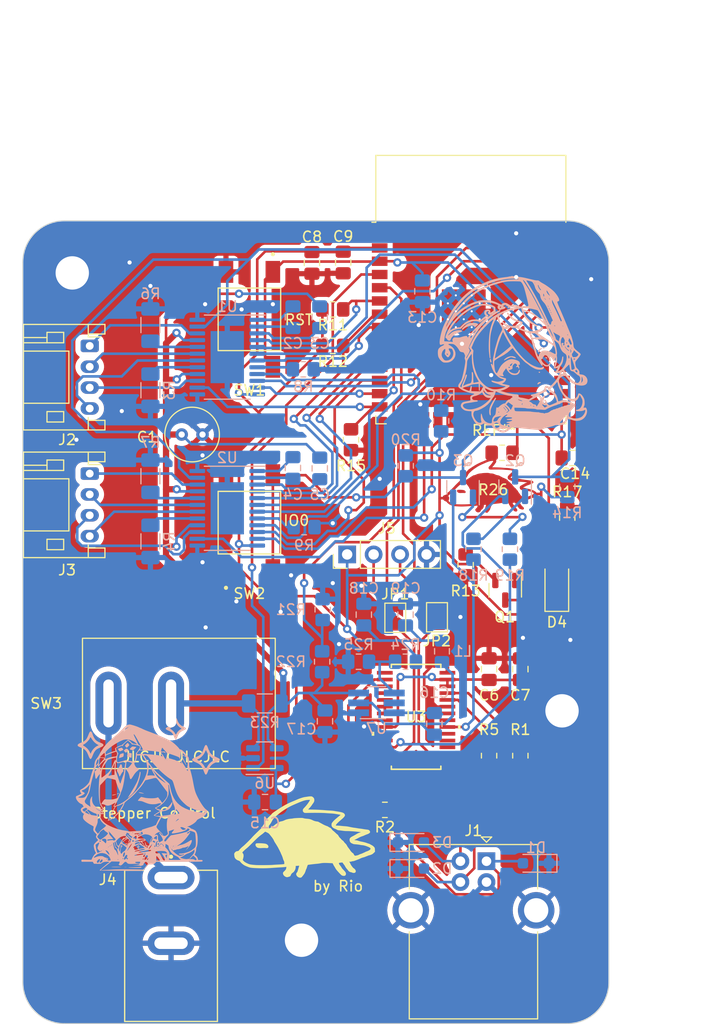
<source format=kicad_pcb>
(kicad_pcb (version 20221018) (generator pcbnew)
  (layers (0 "F.Cu" signal) (31 "B.Cu" signal) (34 "B.Paste" user) (35 "F.Paste" user) (36 "B.SilkS" user "B.Silkscreen") (37 "F.SilkS" user "F.Silkscreen") (38 "B.Mask" user) (39 "F.Mask" user) (44 "Edge.Cuts" user))
  (net 0 "")
  (net 1 "+12V")
  (net 2 "GND")
  (net 3 "Net-(U1-CP1)")
  (net 4 "Net-(U1-CP2)")
  (net 5 "Net-(U1-VCP)")
  (net 6 "Net-(U2-CP1)")
  (net 7 "Net-(U2-CP2)")
  (net 8 "Net-(U2-VCP)")
  (net 9 "+3V3")
  (net 10 "/ESP_EN")
  (net 11 "/ESP_IO0")
  (net 12 "Net-(U7-SW)")
  (net 13 "Net-(U7-BST)")
  (net 14 "VBUS")
  (net 15 "Net-(D2-A2)")
  (net 16 "Net-(D3-A2)")
  (net 17 "Net-(D4-K)")
  (net 18 "Net-(J2-Pin_1)")
  (net 19 "Net-(J2-Pin_2)")
  (net 20 "Net-(J2-Pin_3)")
  (net 21 "Net-(J2-Pin_4)")
  (net 22 "Net-(J3-Pin_1)")
  (net 23 "Net-(J3-Pin_2)")
  (net 24 "Net-(J3-Pin_3)")
  (net 25 "Net-(J3-Pin_4)")
  (net 26 "Net-(SW3-A)")
  (net 27 "/ESP_TX")
  (net 28 "Net-(JP1-A)")
  (net 29 "Net-(JP2-A)")
  (net 30 "/ESP_RX")
  (net 31 "/LED")
  (net 32 "Net-(Q1-E)")
  (net 33 "Net-(Q2-B)")
  (net 34 "/FT_RTS")
  (net 35 "Net-(Q3-B)")
  (net 36 "/FT_DTR")
  (net 37 "/DP")
  (net 38 "Net-(U3-VBUS_DET)")
  (net 39 "Net-(U1-SENSE1)")
  (net 40 "Net-(U2-SENSE1)")
  (net 41 "/DM")
  (net 42 "Net-(U1-SENSE2)")
  (net 43 "Net-(U2-SENSE2)")
  (net 44 "Net-(U1-ROSC)")
  (net 45 "Net-(U2-ROSC)")
  (net 46 "/M_SLEEP")
  (net 47 "/M1_nFAULT")
  (net 48 "/M2_nFAULT")
  (net 49 "/M1_DIR")
  (net 50 "/M2_STEP")
  (net 51 "/VSENSE")
  (net 52 "Net-(SW3-B)")
  (net 53 "Net-(U7-FB)")
  (net 54 "/M1_MS1")
  (net 55 "/M1_MS2")
  (net 56 "/~{M_RST}")
  (net 57 "/M1_MS3")
  (net 58 "/M1_STEP")
  (net 59 "/~{M_ENA}")
  (net 60 "/M2_MS1")
  (net 61 "/M2_MS2")
  (net 62 "/M2_MS3")
  (net 63 "/M2_DIR")
  (net 75 "/GPS_TX")
  (net 76 "/GPS_RX")
  (net 77 "/~{GPS_RST}")
  (net 78 "/GPS_FIX")
  (net 79 "/ISENSE")
  (footprint "MountingHole:MountingHole_3.2mm_M3_Pad" (layer "F.Cu") (at 231 127)
    (fp_text reference "H2" hide)
    (fp_text value "MountingHole_Pad")
  )
  (footprint "Resistor_SMD:R_0805_2012Metric_Pad1.20x1.40mm_HandSolder" (layer "F.Cu") (at 214 136.5 180)
    (fp_text reference "R2")
    (fp_text value "10k")
  )
  (footprint "LOGO" (layer "F.Cu") (at 206.2 139.4)
    (fp_text reference "G***" hide)
    (fp_text value "LOGO" hide)
  )
  (footprint "PJ-037B:CUI_PJ-037B" (layer "F.Cu") (at 193.48 142.99 -90)
    (fp_text reference "J4")
    (fp_text value "12V")
  )
  (footprint "Capacitor_SMD:C_0805_2012Metric_Pad1.18x1.45mm_HandSolder" (layer "F.Cu") (at 227 123 90)
    (fp_text reference "C7")
    (fp_text value "0.1uF")
  )
  (footprint "Resistor_SMD:R_0805_2012Metric_Pad1.20x1.40mm_HandSolder" (layer "F.Cu") (at 209 92)
    (fp_text reference "R12")
    (fp_text value "10k")
  )
  (footprint "TS04-66-43-BK-160:SW_TS04-66-43-BK-160-SMT" (layer "F.Cu") (at 201 108.95 90)
    (fp_text reference "SW2")
    (fp_text value "IO0")
  )
  (footprint "Resistor_SMD:R_0805_2012Metric_Pad1.20x1.40mm_HandSolder" (layer "F.Cu") (at 225.25 102.25)
    (fp_text reference "R26")
    (fp_text value "10k")
  )
  (footprint "Capacitor_SMD:C_0805_2012Metric_Pad1.18x1.45mm_HandSolder" (layer "F.Cu") (at 232 102.75 180)
    (fp_text reference "C14")
    (fp_text value "0.1uF")
  )
  (footprint "Logo:Ade" (layer "F.Cu") (at 224.5 100.6)
    (fp_text reference "REF**")
    (fp_text value "Ade")
  )
  (footprint "Jumper:SolderJumper-2_P1.3mm_Open_TrianglePad1.0x1.5mm" (layer "F.Cu") (at 219 118.024832 90)
    (fp_text reference "JP2")
    (fp_text value "SolderJumper_2_Open")
  )
  (footprint "Capacitor_SMD:C_0805_2012Metric_Pad1.18x1.45mm_HandSolder" (layer "F.Cu") (at 224 123 90)
    (fp_text reference "C6")
    (fp_text value "4.7uF")
  )
  (footprint "R13-66:R13-66" (layer "F.Cu") (at 181.48 126.29 90)
    (fp_text reference "SW3")
    (fp_text value "PWR" hide)
  )
  (footprint "RF_Module:ESP32-WROOM-32" (layer "F.Cu") (at 222.25 89.59)
    (fp_text reference "U5" hide)
    (fp_text value "ESP32-WROOM-32")
  )
  (footprint "MountingHole:MountingHole_3.2mm_M3_Pad" (layer "F.Cu") (at 184 85)
    (fp_text reference "H1" hide)
    (fp_text value "MountingHole_Pad")
  )
  (footprint "Jumper:SolderJumper-2_P1.3mm_Open_TrianglePad1.0x1.5mm" (layer "F.Cu") (at 215 118.074832 90)
    (fp_text reference "JP1")
    (fp_text value "SolderJumper_2_Open")
  )
  (footprint "Resistor_SMD:R_0805_2012Metric_Pad1.20x1.40mm_HandSolder" (layer "F.Cu") (at 210.75 101 -90)
    (fp_text reference "R15")
    (fp_text value "10k")
  )
  (footprint "Resistor_SMD:R_0805_2012Metric_Pad1.20x1.40mm_HandSolder" (layer "F.Cu") (at 231.5 108.5 90)
    (fp_text reference "R17")
    (fp_text value "10k")
  )
  (footprint "LED_SMD:LED_1206_3216Metric_Pad1.42x1.75mm_HandSolder" (layer "F.Cu") (at 230.5 115 90)
    (fp_text reference "D4")
    (fp_text value "LED")
  )
  (footprint "Capacitor_THT:C_Radial_D5.0mm_H7.0mm_P2.00mm" (layer "F.Cu") (at 194.5 100.5)
    (fp_text reference "C1")
    (fp_text value "100uF")
  )
  (footprint "Capacitor_SMD:C_0805_2012Metric_Pad1.18x1.45mm_HandSolder" (layer "F.Cu") (at 210 84 -90)
    (fp_text reference "C9")
    (fp_text value "22uF")
  )
  (footprint "FT260S_U:TSSOP28_FT260S_FTD-M" (layer "F.Cu") (at 216.99645 127.574923)
    (fp_text reference "U3")
    (fp_text value "FT260S-U")
  )
  (footprint "Resistor_SMD:R_0805_2012Metric_Pad1.20x1.40mm_HandSolder" (layer "F.Cu") (at 221.75 113 -90)
    (fp_text reference "R13")
    (fp_text value "130")
  )
  (footprint "Resistor_SMD:R_0805_2012Metric_Pad1.20x1.40mm_HandSolder" (layer "F.Cu") (at 227 131.299832 90)
    (fp_text reference "R1")
    (fp_text value "33R")
  )
  (footprint "Resistor_SMD:R_0805_2012Metric_Pad1.20x1.40mm_HandSolder" (layer "F.Cu") (at 224 131.299832 90)
    (fp_text reference "R5")
    (fp_text value "33R")
  )
  (footprint "Capacitor_SMD:C_0805_2012Metric_Pad1.18x1.45mm_HandSolder" (layer "F.Cu") (at 207 84.0375 -90)
    (fp_text reference "C8")
    (fp_text value "0.1uF")
  )
  (footprint "MountingHole:MountingHole_3.2mm_M3_Pad" (layer "F.Cu") (at 206 149)
    (fp_text reference "H3" hide)
    (fp_text value "MountingHole_Pad")
  )
  (footprint "Package_TO_SOT_SMD:SOT-23" (layer "F.Cu") (at 225.55 115.4375 -90)
    (fp_text reference "Q1")
    (fp_text value "MMBT3904")
  )
  (footprint "TS04-66-43-BK-160:SW_TS04-66-43-BK-160-SMT" (layer "F.Cu") (at 201 89.45 -90)
    (fp_text reference "SW1")
    (fp_text value "RST")
  )
  (footprint "Resistor_SMD:R_0805_2012Metric_Pad1.20x1.40mm_HandSolder" (layer "F.Cu") (at 209 88.5)
    (fp_text reference "R11")
    (fp_text value "10k")
  )
  (footprint "Connector_JST:JST_PH_S4B-PH-K_1x04_P2.00mm_Horizontal" (layer "F.Cu") (at 185.675 92 -90)
    (fp_text reference "J2")
    (fp_text value "M1")
  )
  (footprint "Connector_USB:USB_B_OST_USB-B1HSxx_Horizontal" (layer "F.Cu") (at 223.75 141.4225 -90)
    (fp_text reference "J1")
    (fp_text value "USB_B")
  )
  (footprint "Connector_PinHeader_2.54mm:PinHeader_1x04_P2.54mm_Vertical" (layer "F.Cu") (at 210.38 112 90)
    (fp_text reference "J5")
    (fp_text value "UART")
  )
  (footprint "Connector_JST:JST_PH_S4B-PH-K_1x04_P2.00mm_Horizontal" (layer "F.Cu") (at 185.675 104.245 -90)
    (fp_text reference "J3")
    (fp_text value "M2")
  )
  (footprint "Resistor_SMD:R_1206_3216Metric_Pad1.30x1.75mm_HandSolder" (layer "B.Cu") (at 191.5 90 -90)
    (fp_text reference "R6")
    (fp_text value "0R4")
  )
  (footprint "Capacitor_SMD:C_0805_2012Metric_Pad1.18x1.45mm_HandSolder" (layer "B.Cu") (at 211.98 117.772668 90)
    (fp_text reference "C18")
    (fp_text value "22uF")
  )
  (footprint "Resistor_SMD:R_1206_3216Metric_Pad1.30x1.75mm_HandSolder" (layer "B.Cu") (at 191.5 110.75 90)
    (fp_text reference "R4")
    (fp_text value "0R4")
  )
  (footprint "Capacitor_SMD:C_0805_2012Metric_Pad1.18x1.45mm_HandSolder" (layer "B.Cu") (at 205.175 89.245 -90)
    (fp_text reference "C2")
    (fp_text value "0.1uF")
  )
  (footprint "Package_TO_SOT_SMD:TSOT-23-6_HandSoldering" (layer "B.Cu") (at 213.19 126.24)
    (fp_text reference "U7")
    (fp_text value "AP62200WU-7")
  )
  (footprint "Resistor_SMD:R_1206_3216Metric_Pad1.30x1.75mm_HandSolder" (layer "B.Cu") (at 191.5 104.5 -90)
    (fp_text reference "R7")
    (fp_text value "0R4")
  )
  (footprint "Capacitor_SMD:C_0805_2012Metric_Pad1.18x1.45mm_HandSolder" (layer "B.Cu") (at 215.98 117.772668 90)
    (fp_text reference "C19")
    (fp_text value "22uF")
  )
  (footprint "Resistor_SMD:R_0805_2012Metric_Pad1.20x1.40mm_HandSolder" (layer "B.Cu") (at 208.03 117.29 -90)
    (fp_text reference "R21")
    (fp_text value "10k")
  )
  (footprint "Package_TO_SOT_SMD:SOT-23-5" (layer "B.Cu") (at 202.48 131.54)
    (fp_text reference "U6")
    (fp_text value "INA180A1")
  )
  (footprint "LOGO" (layer "B.Cu") (at 226.4 92.8 180)
    (fp_text reference "G***" hide)
    (fp_text value "LOGO" hide)
  )
  (footprint "Resistor_SMD:R_1206_3216Metric_Pad1.30x1.75mm_HandSolder" (layer "B.Cu") (at 191.5 96.25 90)
    (fp_text reference "R3")
    (fp_text value "0R4")
  )
  (footprint "Capacitor_SMD:C_0805_2012Metric_Pad1.18x1.45mm_HandSolder" (layer "B.Cu") (at 217.6 86.7625 -90)
    (fp_text reference "C13")
    (fp_text value "0.1uF")
  )
  (footprint "Resistor_SMD:R_0805_2012Metric_Pad1.20x1.40mm_HandSolder" (layer "B.Cu") (at 219.4 99.2 90)
    (fp_text reference "R10")
    (fp_text value "10k")
  )
  (footprint "Package_SO:TSSOP-24-1EP_4.4x7.8mm_P0.65mm_EP3.2x5mm" (layer "B.Cu") (at 198.875 107.575 180)
    (fp_text reference "U2")
    (fp_text value "A5984GLPTR-T")
  )
  (footprint "Package_TO_SOT_SMD:SOT-23" (layer "B.Cu") (at 226.5 105.5 90)
    (fp_text reference "Q2")
    (fp_text value "MMBT3904")
  )
  (footprint "Capacitor_SMD:C_0805_2012Metric_Pad1.18x1.45mm_HandSolder" (layer "B.Cu") (at 207.75 103.75 90)
    (fp_text reference "C5")
    (fp_text value "0.1uF")
  )
  (footprint "Resistor_SMD:R_0805_2012Metric_Pad1.20x1.40mm_HandSolder" (layer "B.Cu") (at 216 103.5 90)
    (fp_text reference "R20")
    (fp_text value "10k")
  )
  (footprint "Capacitor_SMD:C_0805_2012Metric_Pad1.18x1.45mm_HandSolder" (layer "B.Cu") (at 202.5 135.75)
    (fp_text reference "C15")
    (fp_text value "0.1uF")
  )
  (footprint "Capacitor_SMD:C_0805_2012Metric_Pad1.18x1.45mm_HandSolder" (layer "B.Cu") (at 208.25 128 90)
    (fp_text reference "C17")
    (fp_text value "10uF")
  )
  (footprint "Diode_SMD:D_SOD-323_HandSoldering" (layer "B.Cu") (at 216.5 139.622668)
    (fp_text reference "D3")
    (fp_text value "GSLC05B006")
  )
  (footprint "Package_TO_SOT_SMD:SOT-23" (layer "B.Cu") (at 221.5 105.5625 90)
    (fp_text reference "Q3")
    (fp_text value "MMBT3904")
  )
  (footprint "Package_SO:TSSOP-24-1EP_4.4x7.8mm_P0.65mm_EP3.2x5mm" (layer "B.Cu") (at 198.875 93.075 180)
    (fp_text reference "U1")
    (fp_text value "A5984GLPTR-T")
  )
  (footprint "Inductor_SMD:L_0805_2012Metric_Pad1.15x1.40mm_HandSolder" (layer "B.Cu") (at 219.48 121.29 90)
    (fp_text reference "L1")
    (fp_text value "3.3uH")
  )
  (footprint "Resistor_SMD:R_0805_2012Metric_Pad1.20x1.40mm_HandSolder" (layer "B.Cu") (at 207.98 122.29 -90)
    (fp_text reference "R22")
    (fp_text value "100k")
  )
  (footprint "Diode_SMD:D_SOD-323_HandSoldering" (layer "B.Cu") (at 216.5 142.122668)
    (fp_text reference "D2")
    (fp_text value "GSLC05B006")
  )
  (footprint "Resistor_SMD:R_0805_2012Metric_Pad1.20x1.40mm_HandSolder" (layer "B.Cu") (at 226 111.5 90)
    (fp_text reference "R19")
    (fp_text value "10k")
  )
  (footprint "Resistor_SMD:R_0805_2012Metric_Pad1.20x1.40mm_HandSolder" (layer "B.Cu") (at 206.25 109.3799)
    (fp_text reference "R9")
    (fp_text value "0")
  )
  (footprint "Capacitor_SMD:C_0805_2012Metric_Pad1.18x1.45mm_HandSolder" (layer "B.Cu") (at 205.175 103.7075 -90)
    (fp_text reference "C4")
    (fp_text value "0.1uF")
  )
  (footprint "Resistor_SMD:R_0805_2012Metric_Pad1.20x1.40mm_HandSolder" (layer "B.Cu") (at 215.98 122.29 180)
    (fp_text reference "R24")
    (fp_text value "31k6")
  )
  (footprint "Resistor_SMD:R_0805_2012Metric_Pad1.20x1.40mm_HandSolder" (layer "B.Cu") (at 206.175 94.245)
    (fp_text reference "R8")
    (fp_text value "0")
  )
  (footprint "Diode_SMD:D_SOD-323_HandSoldering" (layer "B.Cu") (at 228.5 141.622668 180)
    (fp_text reference "D1")
    (fp_text value "GSLC05B006")
  )
  (footprint "Capacitor_SMD:C_0805_2012Metric_Pad1.18x1.45mm_HandSolder" (layer "B.Cu") (at 218.75 128.25 90)
    (fp_text reference "C16")
    (fp_text value "0.1uF")
  )
  (footprint "Resistor_SMD:R_0805_2012Metric_Pad1.20x1.40mm_HandSolder" (layer "B.Cu") (at 222.5 111.5 90)
    (fp_text reference "R18")
    (fp_text value "10k")
  )
  (footprint "Resistor_SMD:R_0805_2012Metric_Pad1.20x1.40mm_HandSolder" (layer "B.Cu") (at 211.48 122.29 180)
    (fp_text reference "R25")
    (fp_text value "10k")
  )
  (footprint "LOGO" (layer "B.Cu") (at 191.845183 134.964352 180)
    (fp_text reference "G***" hide)
    (fp_text value "LOGO" hide)
  )
  (footprint "Capacitor_SMD:C_0805_2012Metric_Pad1.18x1.45mm_HandSolder" (layer "B.Cu") (at 207.75 89.25 90)
    (fp_text reference "C3")
    (fp_text value "0.1uF")
  )
  (footprint "Resistor_SMD:R_1206_3216Metric_Pad1.30x1.75mm_HandSolder" (layer "B.Cu") (at 202.48 126.29)
    (fp_text reference "R23")
    (fp_text value "0R4")
  )
  (footprint "Resistor_SMD:R_0805_2012Metric_Pad1.20x1.40mm_HandSolder" (layer "B.Cu") (at 231.5 105.5 90)
    (fp_text reference "R14")
    (fp_text value "10k")
  )
  (gr_line (start 179.25 84) (end 179.25 153) (stroke (width 0.1)) (layer "Edge.Cuts"))
  (gr_arc (start 179.25 84) (mid 180.421573 81.171573) (end 183.25 80) (stroke (width 0.1)) (layer "Edge.Cuts"))
  (gr_arc (start 183.25 157) (mid 180.421573 155.828427) (end 179.25 153) (stroke (width 0.1)) (layer "Edge.Cuts"))
  (gr_arc (start 231.5 80) (mid 234.328427 81.171573) (end 235.5 84) (stroke (width 0.1)) (layer "Edge.Cuts"))
  (gr_line (start 235.5 84) (end 235.5 153) (stroke (width 0.1)) (layer "Edge.Cuts"))
  (gr_line (start 183.25 80) (end 231.5 80) (stroke (width 0.1)) (layer "Edge.Cuts"))
  (gr_line (start 183.25 157) (end 231.5 157) (stroke (width 0.1)) (layer "Edge.Cuts"))
  (gr_arc (start 235.5 153) (mid 234.328427 155.828427) (end 231.5 157) (stroke (width 0.1)) (layer "Edge.Cuts"))
  (gr_text "JLCJLCJLCJLC" (at 188.75 132) (layer "F.SilkS") (effects (font (size 1 1)) (justify left bottom)))
  (gr_text "by Rio" (at 207 144.4) (layer "F.SilkS") (effects (font (size 1 1)) (justify left bottom)))
  (gr_text "Stepper Control" (at 185.8 137.4) (layer "F.SilkS") (effects (font (size 1 1)) (justify left bottom)))
  (segment (start 195.5 87) (end 193 89.5) (width 0.25) (layer "F.Cu") (net 1))
  (segment (start 193.985977 95.25) (end 194.02157 95.214407) (width 0.6) (layer "F.Cu") (net 1))
  (segment (start 204.25 123.3701) (end 193 112.1201) (width 0.6) (layer "F.Cu") (net 1))
  (segment (start 193 98.25) (end 193 95.25) (width 0.6) (layer "F.Cu") (net 1))
  (segment (start 193 95.25) (end 193.985977 95.25) (width 0.6) (layer "F.Cu") (net 1))
  (segment (start 193 91.75) (end 194 90.75) (width 0.6) (layer "F.Cu") (net 1))
  (segment (start 193 95.25) (end 193 91.75) (width 0.6) (layer "F.Cu") (net 1))
  (segment (start 193 111.25) (end 193 105.75) (width 0.6) (layer "F.Cu") (net 1))
  (segment (start 193 100.5) (end 193 98.25) (width 0.6) (layer "F.Cu") (net 1))
  (segment (start 193 105.75) (end 193 100.5) (width 0.6) (layer "F.Cu") (net 1))
  (segment (start 194.02157 95.214407) (end 194 95.192837) (width 0.25) (layer "F.Cu") (net 1))
  (segment (start 193 89.5) (end 193 91.75) (width 0.25) (layer "F.Cu") (net 1))
  (segment (start 193 111.25) (end 194 111.25) (width 0.6) (layer "F.Cu") (net 1))
  (segment (start 193 100.5) (end 194.5 100.5) (width 0.6) (layer "F.Cu") (net 1))
  (segment (start 193 105.75) (end 194.02157 105.75) (width 0.6) (layer "F.Cu") (net 1))
  (segment (start 200 87) (end 195.5 87) (width 0.25) (layer "F.Cu") (net 1))
  (segment (start 193 112.1201) (end 193 111.25) (width 0.6) (layer "F.Cu") (net 1))
  (via (at 204.25 123.3701) (size 0.8) (drill 0.4) (layers "F.Cu" "B.Cu") (net 1))
  (via (at 200 87) (size 0.8) (drill 0.4) (layers "F.Cu" "B.Cu") (net 1))
  (via (at 194 90.75) (size 0.8) (drill 0.4) (layers "F.Cu" "B.Cu") (net 1))
  (via (at 194.02157 105.75) (size 0.8) (drill 0.4) (layers "F.Cu" "B.Cu") (net 1))
  (via (at 194.02157 95.214407) (size 0.8) (drill 0.4) (layers "F.Cu" "B.Cu") (net 1))
  (via (at 194 111.25) (size 0.8) (drill 0.4) (layers "F.Cu" "B.Cu") (net 1))
  (segment (start 208.25 126.79) (end 206.75 125.29) (width 0.25) (layer "B.Cu") (net 1))
  (segment (start 196 105.95) (end 194.22157 105.95) (width 0.25) (layer "B.Cu") (net 1))
  (segment (start 196 109.2) (end 195.250001 109.2) (width 0.25) (layer "B.Cu") (net 1))
  (segment (start 194.55 94.7) (end 194 95.25) (width 0.25) (layer "B.Cu") (net 1))
  (segment (start 203.6175 130.59) (end 202.78 129.7525) (width 0.25) (layer "B.Cu") (net 1))
  (segment (start 204.25 123.3701) (end 204.25 126.07) (width 0.6) (layer "B.Cu") (net 1))
  (segment (start 196 94.7) (end 194.55 94.7) (width 0.25) (layer "B.Cu") (net 1))
  (segment (start 207.75 102.7125) (end 206.4625 101.425) (width 0.25) (layer "B.Cu") (net 1))
  (segment (start 203.74 126.29) (end 202.78 127.25) (width 0.25) (layer "B.Cu") (net 1))
  (segment (start 194 110.450001) (end 194 111.25) (width 0.25) (layer "B.Cu") (net 1))
  (segment (start 209.5 125.29) (end 211.48 125.29) (width 0.25) (layer "B.Cu") (net 1))
  (segment (start 207.25 125.29) (end 206.75 125.29) (width 0.25) (layer "B.Cu") (net 1))
  (segment (start 207.98 124.56) (end 207.25 125.29) (width 0.25) (layer "B.Cu") (net 1))
  (segment (start 196 91.45) (end 194.7 91.45) (width 0.25) (layer "B.Cu") (net 1))
  (segment (start 206.4625 101.425) (end 195.425 101.425) (width 0.25) (layer "B.Cu") (net 1))
  (segment (start 206.5375 87) (end 200 87) (width 0.25) (layer "B.Cu") (net 1))
  (segment (start 207.98 123.29) (end 207.98 124.56) (width 0.25) (layer "B.Cu") (net 1))
  (segment (start 209.5 125.29) (end 207.25 125.29) (width 0.25) (layer "B.Cu") (net 1))
  (segment (start 208.25 126.9625) (end 208.25 126.54) (width 0.25) (layer "B.Cu") (net 1))
  (segment (start 207.75 88.2125) (end 206.5375 87) (width 0.25) (layer "B.Cu") (net 1))
  (segment (start 202.78 129.7525) (end 202.78 127.25) (width 0.25) (layer "B.Cu") (net 1))
  (segment (start 195.250001 109.2) (end 194 110.450001) (width 0.25) (layer "B.Cu") (net 1))
  (segment (start 194.7 91.45) (end 194 90.75) (width 0.25) (layer "B.Cu") (net 1))
  (segment (start 208.25 126.9625) (end 208.25 126.79) (width 0.25) (layer "B.Cu") (net 1))
  (segment (start 195.425 101.425) (end 194.5 100.5) (width 0.25) (layer "B.Cu") (net 1))
  (segment (start 205.71 125.29) (end 204.71 126.29) (width 0.25) (layer "B.Cu") (net 1))
  (segment (start 204.03 126.29) (end 203.74 126.29) (width 0.25) (layer "B.Cu") (net 1))
  (segment (start 206.75 125.29) (end 205.71 125.29) (width 0.25) (layer "B.Cu") (net 1))
  (segment (start 204.25 126.07) (end 204.03 126.29) (width 0.6) (layer "B.Cu") (net 1))
  (segment (start 194.22157 105.95) (end 194.02157 105.75) (width 0.25) (layer "B.Cu") (net 1))
  (segment (start 204.71 126.29) (end 204.03 126.29) (width 0.25) (layer "B.Cu") (net 1))
  (segment (start 218 110.25) (end 216.54 108.79) (width 0.25) (layer "F.Cu") (net 2))
  (segment (start 220 121.224696) (end 220.112348 121.112348) (width 0.25) (layer "F.Cu") (net 2))
  (segment (start 217.775 125.380594) (end 217.775 123.449695) (width 0.25) (layer "F.Cu") (net 2))
  (segment (start 221.25 119.974695) (end 221.25 118) (width 0.25) (layer "F.Cu") (net 2))
  (segment (start 218.99435 126.599944) (end 217.775 125.380594) (width 0.25) (layer "F.Cu") (net 2))
  (segment (start 218 112) (end 218 110.25) (width 0.25) (layer "F.Cu") (net 2))
  (segment (start 220.112348 121.112348) (end 221.25 119.974695) (width 0.25) (layer "F.Cu") (net 2))
  (segment (start 212.600084 127.899916) (end 212 128.5) (width 0.25) (layer "F.Cu") (net 2))
  (segment (start 217.775 123.449695) (end 220.112348 121.112348) (width 0.25) (layer "F.Cu") (net 2))
  (segment (start 216.54 108.79) (end 216.54 99.1) (width 0.25) (layer "F.Cu") (net 2))
  (segment (start 220 123.350014) (end 220 121.224696) (width 0.25) (layer "F.Cu") (net 2))
  (segment (start 220 126.599944) (end 218.99435 126.599944) (width 0.25) (layer "F.Cu") (net 2))
  (segment (start 220 123.350014) (end 220.149986 123.350014) (width 0.25) (layer "F.Cu") (net 2))
  (segment (start 213.9929 127.899916) (end 212.600084 127.899916) (width 0.25) (layer "F.Cu") (net 2))
  (via (at 231.8 120.2) (size 0.8) (drill 0.4) (layers "F.Cu" "B.Cu") (net 2))
  (via (at 217.4 97.6) (size 0.8) (drill 0.4) (layers "F.Cu" "B.Cu") (net 2))
  (via (at 221.4 91.8) (size 0.8) (drill 0.4) (layers "F.Cu" "B.Cu") (net 2))
  (via (at 188.75 98.25) (size 0.8) (drill 0.4) (layers "F.Cu" "B.Cu") (net 2))
  (via (at 217.25 90) (size 0.8) (drill 0.4) (layers "F.Cu" "B.Cu") (net 2))
  (via (at 191.5 86.25) (size 0.8) (drill 0.4) (layers "F.Cu" "B.Cu") (net 2))
  (via (at 200.25 88.5) (size 0.8) (drill 0.4) (layers "F.Cu" "B.Cu") (net 2))
  (via (at 212 128.5) (size 0.8) (drill 0.4) (layers "F.Cu" "B.Cu") (net 2))
  (via (at 196.75 88) (size 0.8) (drill 0.4) (layers "F.Cu" "B.Cu") (net 2))
  (via (at 233.8 85.6) (size 0.8) (drill 0.4) (layers "F.Cu" "B.Cu") (net 2))
  (via (at 184.4 101) (size 0.8) (drill 0.4) (layers "F.Cu" "B.Cu") (net 2))
  (via (at 224.2 94.8) (size 0.8) (drill 0.4) (layers "F.Cu" "B.Cu") (net 2))
  (via (at 221.25 118) (size 0.8) (drill 0.4) (layers "F.Cu" "B.Cu") (net 2))
  (via (at 226.6 81.2) (size 0.8) (drill 0.4) (layers "F.Cu" "B.Cu") (net 2))
  (via (at 204 117.5) (size 0.8) (drill 0.4) (layers "F.Cu" "B.Cu") (net 2))
  (via (at 203.25 88) (size 0.8) (drill 0.4) (layers "F.Cu" "B.Cu") (net 2))
  (via (at 209.6 120.6) (size 0.8) (drill 0.4) (layers "F.Cu" "B.Cu") (net 2))
  (via (at 205 114) (size 0.8) (drill 0.4) (layers "F.Cu" "B.Cu") (net 2))
  (via (at 209 114.75) (size 0.8) (drill 0.4) (layers "F.Cu" "B.Cu") (net 2))
  (via (at 196.8 119) (size 0.8) (drill 0.4) (layers "F.Cu" "B.Cu") (net 2))
  (via (at 199.75 116.5) (size 0.8) (drill 0.4) (layers "F.Cu" "B.Cu") (net 2))
  (via (at 211.75 115) (size 0.8) (drill 0.4) (layers "F.Cu" "B.Cu") (net 2))
  (via (at 227.25 120) (size 0.8) (drill 0.4) (layers "F.Cu" "B.Cu") (net 2))
  (via (at 209 109) (size 0.8) (drill 0.4) (layers "F.Cu" "B.Cu") (net 2))
  (via (at 196.5 102.5) (size 0.8) (drill 0.4) (layers "F.Cu" "B.Cu") (net 2))
  (via (at 226.6 85.4) (size 0.8) (drill 0.4) (layers "F.Cu" "B.Cu") (net 2))
  (via (at 213.5 104.75) (size 0.8) (drill 0.4) (layers "F.Cu" "B.Cu") (net 2))
  (via (at 189.5 84) (size 0.8) (drill 0.4) (layers "F.Cu" "B.Cu") (net 2))
  (via (at 196.5 112.75) (size 0.8) (drill 0.4) (layers "F.Cu" "B.Cu") (net 2))
  (segment (start 207.6299 109) (end 209 109) (width 0.25) (layer "B.Cu") (net 2))
  (segment (start 207.25 109.3799) (end 207.6299 109) (width 0.25) (layer "B.Cu") (net 2))
  (segment (start 201.75 89.5) (end 203.8825 89.5) (width 0.25) (layer "B.Cu") (net 3))
  (segment (start 203.8825 89.5) (end 205.175 88.2075) (width 0.25) (layer "B.Cu") (net 3))
  (segment (start 205.0425 90.15) (end 205.175 90.2825) (width 0.25) (layer "B.Cu") (net 4))
  (segment (start 201.75 90.15) (end 205.0425 90.15) (width 0.25) (layer "B.Cu") (net 4))
  (segment (start 201.75 90.8) (end 202.853812 90.8) (width 0.25) (layer "B.Cu") (net 5))
  (segment (start 202.853812 90.8) (end 203.303812 91.25) (width 0.25) (layer "B.Cu") (net 5))
  (segment (start 206.7875 91.25) (end 207.75 90.2875) (width 0.25) (layer "B.Cu") (net 5))
  (segment (start 203.303812 91.25) (end 206.7875 91.25) (width 0.25) (layer "B.Cu") (net 5))
  (segment (start 201.75 104) (end 203.845 104) (width 0.25) (layer "B.Cu") (net 6))
  (segment (start 203.845 104) (end 205.175 102.67) (width 0.25) (layer "B.Cu") (net 6))
  (segment (start 201.75 104.65) (end 205.08 104.65) (width 0.25) (layer "B.Cu") (net 7))
  (segment (start 205.08 104.65) (end 205.175 104.745) (width 0.25) (layer "B.Cu") (net 7))
  (segment (start 201.75 105.3) (end 204.0974 105.3) (width 0.25) (layer "B.Cu") (net 8))
  (segment (start 206.88 105.6575) (end 207.75 104.7875) (width 0.25) (layer "B.Cu") (net 8))
  (segment (start 204.0974 105.3) (end 204.4549 105.6575) (width 0.25) (layer "B.Cu") (net 8))
  (segment (start 204.4549 105.6575) (end 206.88 105.6575) (width 0.25) (layer "B.Cu") (net 8))
  (segment (start 230.5 113.5125) (end 229 112.0125) (width 0.25) (layer "F.Cu") (net 9))
  (segment (start 210.3525 82.61) (end 210 82.9625) (width 0.25) (layer "F.Cu") (net 9))
  (segment (start 229 106.2) (end 228.6 106.2) (width 0.25) (layer "F.Cu") (net 9))
  (segment (start 200 103.228148) (end 202.75 100.478148) (width 0.25) (layer "F.Cu") (net 9))
  (segment (start 213.5 82.61) (end 210.3525 82.61) (width 0.25) (layer "F.Cu") (net 9))
  (segment (start 202.525 82.925) (end 201.75 83.7) (width 0.25) (layer "F.Cu") (net 9))
  (segment (start 201.875 98.375) (end 200 96.5) (width 0.25) (layer "F.Cu") (net 9))
  (segment (start 208 92.25) (end 201.875 98.375) (width 0.25) (layer "F.Cu") (net 9))
  (segment (start 215.25 127) (end 215.25 124) (width 0.25) (layer "F.Cu") (net 9))
  (segment (start 220 124) (end 223.9625 124) (width 0.25) (layer "F.Cu") (net 9))
  (segment (start 200 94.5) (end 200 96.5) (width 0.25) (layer "F.Cu") (net 9))
  (segment (start 227 124.0375) (end 227.9625 124.0375) (width 0.25) (layer "F.Cu") (net 9))
  (segment (start 202.75 100.478148) (end 202.75 99.25) (width 0.25) (layer "F.Cu") (net 9))
  (segment (start 207 83) (end 206.925 82.925) (width 0.25) (layer "F.Cu") (net 9))
  (segment (start 200 113.3) (end 202.7 116) (width 0.25) (layer "F.Cu") (net 9))
  (segment (start 207 83) (end 209.9625 83) (width 0.25) (layer "F.Cu") (net 9))
  (segment (start 215.25 128.298452) (end 215.25 127.50138) (width 0.25) (layer "F.Cu") (net 9))
  (segment (start 219.25 106.25) (end 219.25 102.25) (width 0.25) (layer "F.Cu") (net 9))
  (segment (start 202.7 116) (end 205.5 116) (width 0.25) (layer "F.Cu") (net 9))
  (segment (start 219.25 107) (end 219.25 106.6) (width 0.25) (layer "F.Cu") (net 9))
  (segment (start 213.9929 127.24993) (end 215.00007 127.24993) (width 0.25) (layer "F.Cu") (net 9))
  (segment (start 227 117.75) (end 225.511592 117.75) (width 0.25) (layer "F.Cu") (net 9))
  (segment (start 220 124) (end 218.75 124) (width 0.25) (layer "F.Cu") (net 9))
  (segment (start 213.9929 129.199888) (end 213.9929 128.549902) (width 0.25) (layer "F.Cu") (net 9))
  (segment (start 220 124.649986) (end 220 124) (width 0.25) (layer "F.Cu") (net 9))
  (segment (start 219.25 106.6) (end 219.25 106.25) (width 0.25) (layer "F.Cu") (net 9))
  (segment (start 221.0549 112.925) (end 219.25 111.1201) (width 0.25) (layer "F.Cu") (net 9))
  (segment (start 229 106.2) (end 229 105.5) (width 0.25) (layer "F.Cu") (net 9))
  (segment (start 207.235 116) (end 210.38 119.145) (width 0.25) (layer "F.Cu") (net 9))
  (segment (start 222.388604 112.925) (end 221.0549 112.925) (width 0.25) (layer "F.Cu") (net 9))
  (segment (start 219.25 106.6) (end 219.8 106.6) (width 0.25) (layer "F.Cu") (net 9))
  (segment (start 225.511592 117.75) (end 222.775 115.013408) (width 0.25) (layer "F.Cu") (net 9))
  (segment (start 224.25 102.25) (end 224 102.25) (width 0.25) (layer "F.Cu") (net 9))
  (segment (start 213.9929 127.24993) (end 213.9929 125.949958) (width 0.25) (layer "F.Cu") (net 9))
  (segment (start 208 90.25) (end 208 92.25) (width 0.25) (layer "F.Cu") (net 9))
  (segment (start 209.9625 83) (end 210 82.9625) (width 0.25) (layer "F.Cu") (net 9))
  (segment (start 218.75 124) (end 218.5 123.75) (width 0.25) (layer "F.Cu") (net 9))
  (segment (start 208 92) (end 208 90.25) (width 0.25) (layer "F.Cu") (net 9))
  (segment (start 206.925 82.925) (end 202.525 82.925) (width 0.25) (layer "F.Cu") (net 9))
  (segment (start 207.39 82.61) (end 207 83) (width 0.25) (layer "F.Cu") (net 9))
  (segment (start 201.75 92.75) (end 200 94.5) (width 0.25) (layer "F.Cu") (net 9))
  (segment (start 200 111) (end 200 103.228148) (width 0.25) (layer "F.Cu") (net 9))
  (segment (start 205.5 116) (end 205.5 133) (width 0.25) (layer "F.Cu") (net 9))
  (segment (start 219.25 111.1201) (end 219.25 107) (width 0.25) (layer "F.Cu") (net 9))
  (segment (start 208 90.25) (end 208 88.5) (width 0.25) (layer "F.Cu") (net 9))
  (segment (start 213.9929 128.549902) (end 214.99855 128.549902) (width 0.25) (layer "F.Cu") (net 9))
  (segment (start 215.00007 127.24993) (end 215.25 127) (width 0.25) (layer "F.Cu") (net 9))
  (segment (start 214.99855 128.549902) (end 215.25 128.298452) (width 0.25) (layer "F.Cu") (net 9))
  (segment (start 227.9625 124.0375) (end 229.5 122.5) (width 0.25) (layer "F.Cu") (net 9))
  (segment (start 215.25 127.50138) (end 215.25 127) (width 0.25) (layer "F.Cu") (net 9))
  (segment (start 227 124.0375) (end 224 124.0375) (width 0.25) (layer "F.Cu") (net 9))
  (segment (start 205.5 116) (end 207.235 116) (width 0.25) (layer "F.Cu") (net 9))
  (segment (start 202.75 99.25) (end 201.875 98.375) (width 0.25) (layer "F.Cu") (net 9))
  (segment (start 222.775 115.013408) (end 222.775 113.311396) (width 0.25) (layer "F.Cu") (net 9))
  (segment (start 222.775 113.311396) (end 222.388604 112.925) (width 0.25) (layer "F.Cu") (net 9))
  (segment (start 229.5 120.25) (end 227 117.75) (width 0.25) (layer "F.Cu") (net 9))
  (segment (start 201.75 83.7) (end 201.75 92.75) (width 0.25) (layer "F.Cu") (net 9))
  (segment (start 229 112.0125) (end 229 106.2) (width 0.25) (layer "F.Cu") (net 9))
  (segment (start 229.5 122.5) (end 229.5 120.25) (width 0.25) (layer "F.Cu") (net 9))
  (segment (start 205.5 133) (end 204.5 134) (width 0.25) (layer "F.Cu") (net 9))
  (segment (start 215.25 124) (end 215.5 123.75) (width 0.25) (layer "F.Cu") (net 9))
  (segment (start 223.9625 124) (end 224 124.0375) (width 0.25) (layer "F.Cu") (net 9))
  (segment (start 200 111) (end 200 113.3) (width 0.25) (layer "F.Cu") (net 9))
  (via (at 210.38 119.145) (size 0.8) (drill 0.4) (layers "F.Cu" "B.Cu") (net 9))
  (via (at 218.5 123.75) (size 0.8) (drill 0.4) (layers "F.Cu" "B.Cu") (net 9))
  (via (at 229 105.5) (size 0.8) (drill 0.4) (layers "F.Cu" "B.Cu") (net 9))
  (via (at 219.25 108.25) (size 0.8) (drill 0.4) (layers "F.Cu" "B.Cu") (net 9))
  (via (at 219.25 102.25) (size 0.8) (drill 0.4) (layers "F.Cu" "B.Cu") (net 9))
  (via (at 200 96.5) (size 0.8) (drill 0.4) (layers "F.Cu" "B.Cu") (net 9))
  (via (at 204.5 134) (size 0.8) (drill 0.4) (layers "F.Cu" "B.Cu") (net 9))
  (via (at 200 111) (size 0.8) (drill 0.4) (layers "F.Cu" "B.Cu") (net 9))
  (via (at 215.5 123.75) (size 0.8) (drill 0.4) (layers "F.Cu" "B.Cu") (net 9))
  (segment (start 203.5375 134) (end 203.5375 132.57) (width 0.25) (layer "B.Cu") (net 9))
  (segment (start 200.15 96.65) (end 200 96.5) (width 0.25) (layer "B.Cu") (net 9))
  (segment (start 216.825 110.675) (end 219.25 108.25) (width 0.25) (layer "B.Cu") (net 9))
  (segment (start 219.25 102.25) (end 216.35 102.25) (width 0.25) (layer "B.Cu") (net 9))
  (segment (start 200.15 111.15) (end 200 111) (width 0.25) (layer "B.Cu") (net 9))
  (segment (start 216.98 121.745) (end 215.6175 120.3825) (width 0.25) (layer "B.Cu") (net 9))
  (segment (start 218.5 123.75) (end 217 123.75) (width 0.25) (layer "B.Cu") (net 9))
  (segment (start 204.5 134) (end 203.5375 134) (width 0.25) (layer "B.Cu") (net 9))
  (segment (start 215.6175 120.3825) (end 215.5 120.265) (width 0.25) (layer "B.Cu") (net 9))
  (segment (start 216.98 122.29) (end 216.98 121.745) (width 0.25) (layer "B.Cu") (net 9))
  (segment (start 215.3117 114) (end 215.90585 113.40585) (width 0.25) (layer "B.Cu") (net 9))
  (segment (start 219.25 102.25) (end 219.25 100.35) (width 0.25) (layer "B.Cu") (net 9))
  (segment (start 210.38 114.75) (end 210.38 119.145) (width 0.25) (layer "B.Cu") (net 9))
  (segment (start 216.045168 118.810168) (end 217.5 120.265) (width 0.25) (layer "B.Cu") (net 9))
  (segment (start 219.25 100.35) (end 219.4 100.2) (width 0.25) (layer "B.Cu") (net 9))
  (segment (start 210.38 114) (end 215.3117 114) (width 0.25) (layer "B.Cu") (net 9))
  (segment (start 203.5375 132.57) (end 203.6175 132.49) (width 0.25) (layer "B.Cu") (net 9))
  (segment (start 213.434832 120.265) (end 211.98 118.810168) (width 0.25) (layer "B.Cu") (net 9))
  (segment (start 231.5 106.5) (end 230 106.5) (width 0.25) (layer "B.Cu") (net 9))
  (segment (start 215.5 120.265) (end 213.6 120.265) (width 0.25) (layer "B.Cu") (net 9))
  (segment (start 201.75 96.65) (end 200.15 96.65) (width 0.25) (layer "B.Cu") (net 9))
  (segment (start 201.75 111.15) (end 200.15 111.15) (width 0.25) (layer "B.Cu") (net 9))
  (segment (start 203.5375 135.75) (end 203.5375 134) (width 0.25) (layer "B.Cu") (net 9))
  (segment (start 210.38 114) (end 210.38 114.75) (width 0.25) (layer "B.Cu") (net 9))
  (segment (start 217.5 120.265) (end 215.5 120.265) (width 0.25) (layer "B.Cu") (net 9))
  (segment (start 213.6 120.265) (end 211.5 120.265) (width 0.25) (layer "B.Cu") (net 9))
  (segment (start 216.825 112.486701) (end 216.825 110.675) (width 0.25) (layer "B.Cu") (net 9))
  (segment (start 216.35 102.25) (end 216 102.6) (width 0.25) (layer "B.Cu") (net 9))
  (segment (start 210.38 112) (end 210.38 114) (width 0.25) (layer "B.Cu") (net 9))
  (segment (start 219.48 120.265) (end 217.5 120.265) (width 0.25) (layer "B.Cu") (net 9))
  (segment (start 217 123.75) (end 216.75 123.75) (width 0.25) (layer "B.Cu") (net 9))
  (segment (start 216.75 123.75) (end 215.5 123.75) (width 0.25) (layer "B.Cu") (net 9))
  (segment (start 210.38 119.145) (end 211.5 120.265) (width 0.25) (layer "B.Cu") (net 9))
  (segment (start 230 106.5) (end 229 105.5) (width 0.25) (layer "B.Cu") (net 9))
  (segment (start 215.90585 113.40585) (end 216.825 112.486701) (width 0.25) (layer "B.Cu") (net 9))
  (segment (start 215.98 118.810168) (end 216.045168 118.810168) (width 0.25) (layer "B.Cu") (net 9))
  (segment (start 213.6 120.265) (end 213.434832 120.265) (width 0.25) (layer "B.Cu") (net 9))
  (segment (start 215.08 83.88) (end 215.2 84) (width 0.25) (layer "F.Cu") (net 10))
  (segment (start 204.2375 83.9125) (end 203.25 84.9) (width 0.25) (layer "F.Cu") (net 10))
  (segment (start 213.5 83.88) (end 215.08 83.88) (width 0.25) (layer "F.Cu") (net 10))
  (segment (start 203.25 84.9) (end 202.5 85.65) (width 0.25) (layer "F.Cu") (net 10))
  (segment (start 202.5 93.25) (end 203.25 94) (width 0.25) (layer "F.Cu") (net 10))
  (segment (start 202.5 85.65) (end 202.5 93.25) (width 0.25) (layer "F.Cu") (net 10))
  (segment (start 213.5 83.88) (end 213.4675 83.9125) (width 0.25) (layer "F.Cu") (net 10))
  (segment (start 213.4675 83.9125) (end 204.2375 83.9125) (width 0.25) (layer "F.Cu") (net 10))
  (via (at 215.2 84) (size 0.8) (drill 0.4) (layers "F.Cu" "B.Cu") (net 10))
  (segment (start 230 104.5625) (end 231.6875 102.875) (width 0.25) (layer "B.Cu") (net 10))
  (segment (start 231.6875 95.626116) (end 220.061384 84) (width 0.25) (layer "B.Cu") (net 10))
  (segment (start 231.6875 102.875) (end 231.6875 95.626116) (width 0.25) (layer "B.Cu") (net 10))
  (segment (start 231.4375 104.5625) (end 231.5 104.5) (width 0.25) (layer "B.Cu") (net 10))
  (segment (start 217.6 85) (end 216.6 84) (width 0.25) (layer "B.Cu") (net 10))
  (segment (start 220.061384 84) (end 216.6 84) (width 0.25) (layer "B.Cu") (net 10))
  (segment (start 216.6 84) (end 215.2 84) (width 0.25) (layer "B.Cu") (net 10))
  (segment (start 230 104.5625) (end 231.4375 104.5625) (width 0.25) (layer "B.Cu") (net 10))
  (segment (start 217.6 85.725) (end 217.6 85) (width 0.25) (layer "B.Cu") (net 10))
  (segment (start 226.5 104.5625) (end 230 104.5625) (width 0.25) (layer "B.Cu") (net 10))
  (segment (start 208.525 106.525) (end 206.4 104.4) (width 0.25) (layer "F.Cu") (net 11))
  (segment (start 203.25 104.4) (end 203.25 113.5) (width 0.25) (layer "F.Cu") (net 11))
  (segment (start 211.25 106.525) (end 208.525 106.525) (width 0.25) (layer "F.Cu") (net 11))
  (segment (start 230.9625 102.75) (end 230.9625 100.8) (width 0.25) (layer "F.Cu") (net 11))
  (segment (start 206.4 104.4) (end 203.25 104.4) (width 0.25) (layer "F.Cu") (net 11))
  (segment (start 230.9625 100.8) (end 230.9625 100.5) (width 0.25) (layer "F.Cu") (net 11))
  (segment (start 230.9625 97.8875) (end 231 97.85) (width 0.25) (layer "F.Cu") (net 11))
  (segment (start 230.9625 100.5) (end 230.9625 97.8875) (width 0.25) (layer "F.Cu") (net 11))
  (via (at 211.25 106.525) (size 0.8) (drill 0.4) (layers "F.Cu" "B.Cu") (net 11))
  (via (at 230.9625 100.5) (size 0.8) (drill 0.4) (layers "F.Cu" "B.Cu") (net 11))
  (segment (start 224 100.5) (end 221.5 103) (width 0.25) (layer "B.Cu") (net 11))
  (segment (start 211.275 106.5) (end 211.25 106.525) (width 0.25) (layer "B.Cu") (net 11))
  (segment (start 216.125 104.625) (end 216 104.5) (width 0.25) (layer "B.Cu") (net 11))
  (segment (start 221.5 104.625) (end 219.75 104.625) (width 0.25) (layer "B.Cu") (net 11))
  (segment (start 219.75 104.625) (end 219.2 104.625) (width 0.25) (layer "B.Cu") (net 11))
  (segment (start 224 100.5) (end 230.9625 100.5) (width 0.25) (layer "B.Cu") (net 11))
  (segment (start 221.5 103) (end 221.5 104.625) (width 0.25) (layer "B.Cu") (net 11))
  (segment (start 214 106.5) (end 211.275 106.5) (width 0.25) (layer "B.Cu") (net 11))
  (segment (start 219.2 104.625) (end 216.125 104.625) (width 0.25) (layer "B.Cu") (net 11))
  (segment (start 216 104.5) (end 214 106.5) (width 0.25) (layer "B.Cu") (net 11))
  (segment (start 212.73 126.24) (end 213.5 127.01) (width 0.25) (layer "B.Cu") (net 12))
  (segment (start 217.5 128.25) (end 213.985 128.25) (width 0.25) (layer "B.Cu") (net 12))
  (segment (start 218.75 129.2875) (end 218.5375 129.2875) (width 0.25) (layer "B.Cu") (net 12))
  (segment (start 220.5 123.5) (end 220.5 127.5) (width 0.25) (layer "B.Cu") (net 12))
  (segment (start 220.5 127.5) (end 219.75 128.25) (width 0.25) (layer "B.Cu") (net 12))
  (segment (start 213.985 128.25) (end 213.8675 128.1325) (width 0.25) (layer "B.Cu") (net 12))
  (segment (start 213.5 127.01) (end 213.5 127.765) (width 0.25) (layer "B.Cu") (net 12))
  (segment (start 211.48 126.24) (end 212.73 126.24) (width 0.25) (layer "B.Cu") (net 12))
  (segment (start 218.5375 129.2875) (end 217.5 128.25) (width 0.25) (layer "B.Cu") (net 12))
  (segment (start 219.48 122.315) (end 219.48 122.48) (width 0.25) (layer "B.Cu") (net 12))
  (segment (start 219.75 128.25) (end 217.5 128.25) (width 0.25) (layer "B.Cu") (net 12))
  (segment (start 213.8675 128.1325) (end 213.5 127.765) (width 0.25) (layer "B.Cu") (net 12))
  (segment (start 219.48 122.48) (end 220.5 123.5) (width 0.25) (layer "B.Cu") (net 12))
  (segment (start 218.7275 127.19) (end 218.75 127.2125) (width 0.25) (layer "B.Cu") (net 13))
  (segment (start 219.3425 127.19) (end 219.48 127.3275) (width 0.25) (layer "B.Cu") (net 13))
  (segment (start 214.9 127.19) (end 218.7275 127.19) (width 0.25) (layer "B.Cu") (net 13))
  (segment (start 223.75 141.4225) (end 224.925 142.5975) (width 0.25) (layer "F.Cu") (net 14))
  (segment (start 220.763299 144.5975) (end 215 138.834201) (width 0.25) (layer "F.Cu") (net 14))
  (segment (start 224.925 142.5975) (end 224.925 144.075) (width 0.25) (layer "F.Cu") (net 14))
  (segment (start 215 138.834201) (end 215 136.5) (width 0.25) (layer "F.Cu") (net 14))
  (segment (start 224.925 144.075) (end 224.4025 144.5975) (width 0.25) (layer "F.Cu") (net 14))
  (segment (start 224.4025 144.5975) (end 220.763299 144.5975) (width 0.25) (layer "F.Cu") (net 14))
  (segment (start 223.75 141.4225) (end 227.049832 141.4225) (width 0.25) (layer "B.Cu") (net 14))
  (segment (start 227.049832 141.4225) (end 227.25 141.622668) (width 0.25) (layer "B.Cu") (net 14))
  (segment (start 221.25 143.4225) (end 222.575 142.0975) (width 0.25) (layer "F.Cu") (net 15))
  (segment (start 222.575 142.0975) (end 222.575 136.724832) (width 0.25) (layer "F.Cu") (net 15))
  (segment (start 222.575 136.724832) (end 227 132.299832) (width 0.25) (layer "F.Cu") (net 15))
  (segment (start 221.25 143.4225) (end 219.049832 143.4225) (width 0.25) (layer "B.Cu") (net 15))
  (segment (start 219.049832 143.4225) (end 217.75 142.122668) (width 0.25) (layer "B.Cu") (net 15))
  (segment (start 221.25 141.4225) (end 221.25 135.049832) (width 0.25) (layer "F.Cu") (net 16))
  (segment (start 221.25 135.049832) (end 224 132.299832) (width 0.25) (layer "F.Cu") (net 16))
  (segment (start 219.549832 141.4225) (end 217.75 139.622668) (width 0.25) (layer "B.Cu") (net 16))
  (segment (start 221.25 141.4225) (end 219.549832 141.4225) (width 0.25) (layer "B.Cu") (net 16))
  (segment (start 225.55 116.375) (end 230.3875 116.375) (width 0.25) (layer "F.Cu") (net 17))
  (segment (start 230.3875 116.375) (end 230.5 116.4875) (width 0.25) (layer "F.Cu") (net 17))
  (segment (start 196 90.8) (end 195.250001 90.8) (width 0.25) (layer "B.Cu") (net 18))
  (segment (start 194.475001 90.025) (end 187.65 90.025) (width 0.25) (layer "B.Cu") (net 18))
  (segment (start 195.250001 90.8) (end 194.475001 90.025) (width 0.25) (layer "B.Cu") (net 18))
  (segment (start 187.65 90.025) (end 185.675 92) (width 0.25) (layer "B.Cu") (net 18))
  (segment (start 196 92.75) (end 186.925 92.75) (width 0.25) (layer "B.Cu") (net 19))
  (segment (start 186.925 92.75) (end 185.675 94) (width 0.25) (layer "B.Cu") (net 19))
  (segment (start 194.261282 96) (end 185.675 96) (width 0.25) (layer "B.Cu") (net 20))
  (segment (start 196 95.35) (end 194.911282 95.35) (width 0.25) (layer "B.Cu") (net 20))
  (segment (start 194.911282 95.35) (end 194.261282 96) (width 0.25) (layer "B.Cu") (net 20))
  (segment (start 188.75 94.925) (end 185.016852 94.925) (width 0.25) (layer "B.Cu") (net 21))
  (segment (start 184.45 96.775) (end 185.675 98) (width 0.25) (layer "B.Cu") (net 21))
  (segment (start 190.275 93.4) (end 188.75 94.925) (width 0.25) (layer "B.Cu") (net 21))
  (segment (start 196 93.4) (end 190.275 93.4) (width 0.25) (layer "B.Cu") (net 21))
  (segment (start 184.45 95.491852) (end 184.45 96.775) (width 0.25) (layer "B.Cu") (net 21))
  (segment (start 185.016852 94.925) (end 184.45 95.491852) (width 0.25) (layer "B.Cu") (net 21))
  (segment (start 194.596875 105.3) (end 193.541875 104.245) (width 0.25) (layer "B.Cu") (net 22))
  (segment (start 193.541875 104.245) (end 185.675 104.245) (width 0.25) (layer "B.Cu") (net 22))
  (segment (start 196 105.3) (end 194.596875 105.3) (width 0.25) (layer "B.Cu") (net 22))
  (segment (start 186.68 107.25) (end 185.675 106.245) (width 0.25) (layer "B.Cu") (net 23))
  (segment (start 196 107.25) (end 186.68 107.25) (width 0.25) (layer "B.Cu") (net 23))
  (segment (start 184.475 110.725) (end 184.475 109.445) (width 0.25) (layer "B.Cu") (net 24))
  (segment (start 194.300305 111.975) (end 193.699695 111.975) (width 0.25) (layer "B.Cu") (net 24))
  (segment (start 193.699695 111.975) (end 192.894695 111.17) (width 0.25) (layer "B.Cu") (net 24))
  (segment (start 194.725 110.375001) (end 194.725 111.550305) (width 0.25) (layer "B.Cu") (net 24))
  (segment (start 195.250001 109.85) (end 194.725 110.375001) (width 0.25) (layer "B.Cu") (net 24))
  (segment (start 192.894695 111.17) (end 184.92 111.17) (width 0.25) (layer "B.Cu") (net 24))
  (segment (start 196 109.85) (end 195.250001 109.85) (width 0.25) (layer "B.Cu") (net 24))
  (segment (start 194.725 111.550305) (end 194.300305 111.975) (width 0.25) (layer "B.Cu") (net 24))
  (segment (start 184.92 111.17) (end 184.475 110.725) (width 0.25) (layer "B.Cu") (net 24))
  (segment (start 184.475 109.445) (end 185.675 108.245) (width 0.25) (layer "B.Cu") (net 24))
  (segment (start 196 107.9) (end 188.02 107.9) (width 0.25) (layer "B.Cu") (net 25))
  (segment (start 188.02 107.9) (end 185.675 110.245) (width 0.25) (layer "B.Cu") (net 25))
  (segment (start 187.48 136.99) (end 193.48 142.99) (width 0.6) (layer "B.Cu") (net 26))
  (segment (start 187.48 126.29) (end 187.48 136.99) (width 0.6) (layer "B.Cu") (net 26))
  (segment (start 230 85.15) (end 222 93.15) (width 0.25) (layer "F.Cu") (net 27))
  (segment (start 222 93.15) (end 220.003604 93.15) (width 0.25) (layer "F.Cu") (net 27))
  (segment (start 220.003604 93.15) (end 219.276802 93.876802) (width 0.25) (layer "F.Cu") (net 27))
  (segment (start 215 117.349832) (end 214.200084 116.549916) (width 0.25) (layer "F.Cu") (net 27))
  (segment (start 219.976802 93.176802) (end 219.276802 93.876802) (width 0.25) (layer "F.Cu") (net 27))
  (segment (start 212.92 115.269832) (end 212.92 112) (width 0.25) (layer "F.Cu") (net 27))
  (segment (start 219.276802 93.876802) (end 215.3 97.853604) (width 0.25) (layer "F.Cu") (net 27))
  (segment (start 215.3 97.853604) (end 215.3 108.7) (width 0.25) (layer "F.Cu") (net 27))
  (segment (start 214.200084 109.799916) (end 214.200084 116.549916) (width 0.25) (layer "F.Cu") (net 27))
  (segment (start 214.200084 116.549916) (end 212.92 115.269832) (width 0.25) (layer "F.Cu") (net 27))
  (segment (start 231 85.15) (end 230 85.15) (width 0.25) (layer "F.Cu") (net 27))
  (segment (start 215.3 108.7) (end 214.200084 109.799916) (width 0.25) (layer "F.Cu") (net 27))
  (segment (start 216.8 120.599832) (end 216.8 129.998382) (width 0.25) (layer "F.Cu") (net 28))
  (segment (start 215 118.799832) (end 216.8 120.599832) (width 0.25) (layer "F.Cu") (net 28))
  (segment (start 214.99855 131.799832) (end 213.9929 131.799832) (width 0.25) (layer "F.Cu") (net 28))
  (segment (start 216.8 129.998382) (end 214.99855 131.799832) (width 0.25) (layer "F.Cu") (net 28))
  (segment (start 217.25 130.055482) (end 218.99435 131.799832) (width 0.25) (layer "F.Cu") (net 29))
  (segment (start 217.75 119.999832) (end 217.75 120) (width 0.25) (layer "F.Cu") (net 29))
  (segment (start 218.99435 131.799832) (end 220 131.799832) (width 0.25) (layer "F.Cu") (net 29))
  (segment (start 217.75 120) (end 217.25 120.5) (width 0.25) (layer "F.Cu") (net 29))
  (segment (start 217.25 120.5) (end 217.25 130.055482) (width 0.25) (layer "F.Cu") (net 29))
  (segment (start 219 118.749832) (end 217.75 119.999832) (width 0.25) (layer "F.Cu") (net 29))
  (segment (start 219.395 94.395) (end 215.75 98.04) (width 0.25) (layer "F.Cu") (net 30))
  (segment (start 215.46 113.759832) (end 215.46 112) (width 0.25) (layer "F.Cu") (net 30))
  (segment (start 216.825 111.075) (end 216.825 115.124832) (width 0.25) (layer "F.Cu") (net 30))
  (segment (start 219 117.299832) (end 216.850084 115.149916) (width 0.25) (layer "F.Cu") (net 30))
  (segment (start 215.75 98.04) (end 215.75 110) (width 0.25) (layer "F.Cu") (net 30))
  (segment (start 224.865 91.555) (end 224.845 91.555) (width 0.25) (layer "F.Cu") (net 30))
  (segment (start 224.845 91.555) (end 222.8 93.6) (width 0.25) (layer "F.Cu") (net 30))
  (segment (start 216.850084 115.149916) (end 215.46 113.759832) (width 0.25) (layer "F.Cu") (net 30))
  (segment (start 215.75 110) (end 216.825 111.075) (width 0.25) (layer "F.Cu") (net 30))
  (segment (start 230 86.42) (end 224.865 91.555) (width 0.25) (layer "F.Cu") (net 30))
  (segment (start 222.8 93.6) (end 220.19 93.6) (width 0.25) (layer "F.Cu") (net 30))
  (segment (start 220.19 93.6) (end 219.395 94.395) (width 0.25) (layer "F.Cu") (net 30))
  (segment (start 231 86.42) (end 230 86.42) (width 0.25) (layer "F.Cu") (net 30))
  (segment (start 216.825 115.124832) (end 216.850084 115.149916) (width 0.25) (layer "F.Cu") (net 30))
  (segment (start 229.725 107.75) (end 229.725 100.855) (width 0.25) (layer "F.Cu") (net 31))
  (segment (start 231.7 114.2201) (end 231.7 111.95) (width 0.25) (layer "F.Cu") (net 31))
  (segment (start 231.5 109.5) (end 231.475 109.5) (width 0.25) (layer "F.Cu") (net 31))
  (segment (start 229.725 100.855) (end 227.97 99.1) (width 0.25) (layer "F.Cu") (net 31))
  (segment (start 231.7 111.95) (end 229.725 109.975) (width 0.25) (layer "F.Cu") (net 31))
  (segment (start 231.475 109.5) (end 229.725 107.75) (width 0.25) (layer "F.Cu") (net 31))
  (segment (start 231.1201 114.8) (end 231.7 114.2201) (width 0.25) (layer "F.Cu") (net 31))
  (segment (start 226.8 114.8) (end 231.1201 114.8) (width 0.25) (layer "F.Cu") (net 31))
  (segment (start 226.5 114.5) (end 226.8 114.8) (width 0.25) (layer "F.Cu") (net 31))
  (segment (start 229.725 109.975) (end 229.725 107.75) (width 0.25) (layer "F.Cu") (net 31))
  (segment (start 224.6 114.5) (end 222.1 112) (width 0.25) (layer "F.Cu") (net 32))
  (segment (start 222.1 112) (end 221.75 112) (width 0.25) (layer "F.Cu") (net 32))
  (segment (start 223.3875 110.5) (end 227.45 106.4375) (width 0.25) (layer "B.Cu") (net 33))
  (segment (start 222.5 110.5) (end 223.3875 110.5) (width 0.25) (layer "B.Cu") (net 33))
  (segment (start 215.00014 130.49986) (end 215.5 130) (width 0.25) (layer "F.Cu") (net 34))
  (segment (start 213.9929 130.49986) (end 215.00014 130.49986) (width 0.25) (layer "F.Cu") (net 34))
  (via (at 215.5 130) (size 0.8) (drill 0.4) (layers "F.Cu" "B.Cu") (net 34))
  (segment (start 215.5 130) (end 215.7 130.2) (width 0.25) (layer "B.Cu") (net 34))
  (segment (start 223.225 111.425) (end 226 114.2) (width 0.25) (layer "B.Cu") (net 34))
  (segment (start 221.475 109.9049) (end 221.475 111.0951) (width 0.25) (layer "B.Cu") (net 34))
  (segment (start 226 125.315814) (end 226 114.6) (width 0.25) (layer "B.Cu") (net 34))
  (segment (start 215.7 130.2) (end 221.115814 130.2) (width 0.25) (layer "B.Cu") (net 34))
  (segment (start 221.8049 111.425) (end 223.225 111.425) (width 0.25) (layer "B.Cu") (net 34))
  (segment (start 226 114.6) (end 226 114.2) (width 0.25) (layer "B.Cu") (net 34))
  (segment (start 225.55 106.4375) (end 224.9424 106.4375) (width 0.25) (layer "B.Cu") (net 34))
  (segment (start 221.475 111.0951) (end 221.8049 111.425) (width 0.25) (layer "B.Cu") (net 34))
  (segment (start 221.115814 130.2) (end 226 125.315814) (width 0.25) (layer "B.Cu") (net 34))
  (segment (start 224.9424 106.4375) (end 221.475 109.9049) (width 0.25) (layer "B.Cu") (net 34))
  (segment (start 226 114.2) (end 226 112.5) (width 0.25) (layer "B.Cu") (net 34))
  (segment (start 227.175 108.425) (end 221.425 108.425) (width 0.25) (layer "F.Cu") (net 35))
  (segment (start 227.2 108.4) (end 227.175 108.425) (width 0.25) (layer "F.Cu") (net 35))
  (via (at 227.2 108.4) (size 0.8) (drill 0.4) (layers "F.Cu" "B.Cu") (net 35))
  (via (at 221.425 108.425) (size 0.8) (drill 0.4) (layers "F.Cu" "B.Cu") (net 35))
  (segment (start 226 109.6) (end 227.2 108.4) (width 0.25) (layer "B.Cu") (net 35))
  (segment (start 226 110.5) (end 226 109.6) (width 0.25) (layer "B.Cu") (net 35))
  (segment (start 222.45 107.4) (end 221.425 108.425) (width 0.25) (layer "B.Cu") (net 35))
  (segment (start 222.45 106.5) (end 222.45 107.4) (width 0.25) (layer "B.Cu") (net 35))
  (segment (start 220 128.549902) (end 221.700098 128.549902) (width 0.25) (layer "F.Cu") (net 36))
  (via (at 221.756795 128.533714) (size 0.8) (drill 0.4) (layers "F.Cu" "B.Cu") (net 36))
  (segment (start 220.55 112.8) (end 222.5 114.75) (width 0.25) (layer "B.Cu") (net 36))
  (segment (start 221.756795 128.533714) (end 222.5 127.790509) (width 0.25) (layer "B.Cu") (net 36))
  (segment (start 222.5 114.75) (end 222.5 112.5) (width 0.25) (layer "B.Cu") (net 36))
  (segment (start 220.55 106.5) (end 220.55 112.8) (width 0.25) (layer "B.Cu") (net 36))
  (segment (start 222.5 127.790509) (end 222.5 114.75) (width 0.25) (layer "B.Cu") (net 36))
  (segment (start 227 130.299832) (end 222.00014 125.299972) (width 0.25) (layer "F.Cu") (net 37))
  (segment (start 222.00014 125.299972) (end 220 125.299972) (width 0.25) (layer "F.Cu") (net 37))
  (segment (start 210.5 134) (end 213 136.5) (width 0.25) (layer "F.Cu") (net 38))
  (segment (start 213.9929 124) (end 212.98725 124) (width 0.25) (layer "F.Cu") (net 38))
  (segment (start 210.5 126.48725) (end 210.5 134) (width 0.25) (layer "F.Cu") (net 38))
  (segment (start 212.98725 124) (end 210.5 126.48725) (width 0.25) (layer "F.Cu") (net 38))
  (segment (start 192.15 94.05) (end 191.5 94.7) (width 0.25) (layer "B.Cu") (net 39))
  (segment (start 196 94.05) (end 192.15 94.05) (width 0.25) (layer "B.Cu") (net 39))
  (segment (start 192.15 108.55) (end 191.5 109.2) (width 0.25) (layer "B.Cu") (net 40))
  (segment (start 196 108.55) (end 192.15 108.55) (width 0.25) (layer "B.Cu") (net 40))
  (segment (start 224 130.299832) (end 224 128.944308) (width 0.25) (layer "F.Cu") (net 41))
  (segment (start 224 128.944308) (end 221.00565 125.949958) (width 0.25) (layer "F.Cu") (net 41))
  (segment (start 221.00565 125.949958) (end 220 125.949958) (width 0.25) (layer "F.Cu") (net 41))
  (segment (start 196 92.1) (end 192.05 92.1) (width 0.25) (layer "B.Cu") (net 42))
  (segment (start 192.05 92.1) (end 191.5 91.55) (width 0.25) (layer "B.Cu") (net 42))
  (segment (start 196 106.6) (end 192.05 106.6) (width 0.25) (layer "B.Cu") (net 43))
  (segment (start 192.05 106.6) (end 191.5 106.05) (width 0.25) (layer "B.Cu") (net 43))
  (segment (start 204.98 94.05) (end 201.75 94.05) (width 0.25) (layer "B.Cu") (net 44))
  (segment (start 205.175 94.245) (end 204.98 94.05) (width 0.25) (layer "B.Cu") (net 44))
  (segment (start 201.75 108.55) (end 203.8 108.55) (width 0.25) (layer "B.Cu") (net 45))
  (segment (start 205.25 109.3799) (end 204.6299 109.3799) (width 0.25) (layer "B.Cu") (net 45))
  (segment (start 204.6299 109.3799) (end 203.8 108.55) (width 0.25) (layer "B.Cu") (net 45))
  (segment (start 231 96.58) (end 229.42 96.58) (width 0.25) (layer "F.Cu") (net 46))
  (via (at 229.42 96.58) (size 0.8) (drill 0.4) (layers "F.Cu" "B.Cu") (net 46))
  (segment (start 208.4 108.35) (end 213.275 103.475) (width 0.25) (layer "B.Cu") (net 46))
  (segment (start 204.5799 95.27) (end 214.168301 95.27) (width 0.25) (layer "B.Cu") (net 46))
  (segment (start 217.6 96.589012) (end 216.660988 96.589012) (width 0.25) (layer "B.Cu") (net 46))
  (segment (start 201.75 109.2) (end 203.45 109.2) (width 0.25) (layer "B.Cu") (net 46))
  (segment (start 213.275 98.975) (end 215.660988 96.589012) (width 0.25) (layer "B.Cu") (net 46))
  (segment (start 206.325 108.675) (end 206.65 108.35) (width 0.25) (layer "B.Cu") (net 46))
  (segment (start 204.0099 94.7) (end 204.5799 95.27) (width 0.25) (layer "B.Cu") (net 46))
  (segment (start 216.800305 94.775) (end 217.25 95.224695) (width 0.25) (layer "B.Cu") (net 46))
  (segment (start 213.275 103.475) (end 213.275 98.975) (width 0.25) (layer "B.Cu") (net 46))
  (segment (start 217.25 95.224695) (end 217.25 96) (width 0.25) (layer "B.Cu") (net 46))
  (segment (start 217.25 96) (end 216.660988 96.589012) (width 0.25) (layer "B.Cu") (net 46))
  (segment (start 206.325 109.925) (end 206.325 108.675) (width 0.25) (layer "B.Cu") (net 46))
  (segment (start 229.42 96.58) (end 220.2 96.58) (width 0.25) (layer "B.Cu") (net 46))
  (segment (start 219.4 98.2) (end 219.4 97.38) (width 0.25) (layer "B.Cu") (net 46))
  (segment (start 214.168301 95.27) (end 214.663301 94.775) (width 0.25) (layer "B.Cu") (net 46))
  (segment (start 206.65 108.35) (end 208.4 108.35) (width 0.25) (layer "B.Cu") (net 46))
  (segment (start 217.609012 96.58) (end 217.6 96.589012) (width 0.25) (layer "B.Cu") (net 46))
  (segment (start 219.4 97.38) (end 220.2 96.58) (width 0.25) (layer "B.Cu") (net 46))
  (segment (start 205.8451 110.4049) (end 206.325 109.925) (width 0.25) (layer "B.Cu") (net 46))
  (segment (start 220.2 96.58) (end 217.609012 96.58) (width 0.25) (layer "B.Cu") (net 46))
  (segment (start 215.660988 96.589012) (end 216.660988 96.589012) (width 0.25) (layer "B.Cu") (net 46))
  (segment (start 214.663301 94.775) (end 216.800305 94.775) (width 0.25) (layer "B.Cu") (net 46))
  (segment (start 201.75 94.7) (end 204.0099 94.7) (width 0.25) (layer "B.Cu") (net 46))
  (segment (start 203.45 109.2) (end 204.6549 110.4049) (width 0.25) (layer "B.Cu") (net 46))
  (segment (start 204.6549 110.4049) (end 205.8451 110.4049) (width 0.25) (layer "B.Cu") (net 46))
  (segment (start 213.5 87.69) (end 211.25 87.69) (width 0.25) (layer "F.Cu") (net 47))
  (segment (start 211.25 87.69) (end 210.81 87.69) (width 0.25) (layer "F.Cu") (net 47))
  (segment (start 210.81 87.69) (end 210 88.5) (width 0.25) (layer "F.Cu") (net 47))
  (segment (start 211.25 88.5) (end 211.25 87.69) (width 0.25) (layer "F.Cu") (net 47))
  (via (at 211.25 88.5) (size 0.8) (drill 0.4) (layers "F.Cu" "B.Cu") (net 47))
  (segment (start 201.75 91.45) (end 202.867416 91.45) (width 0.25) (layer "B.Cu") (net 47))
  (segment (start 208.5 91.75) (end 211.25 89) (width 0.25) (layer "B.Cu") (net 47))
  (segment (start 211.25 89) (end 211.25 88.5) (width 0.25) (layer "B.Cu") (net 47))
  (segment (start 203.167416 91.75) (end 208.5 91.75) (width 0.25) (layer "B.Cu") (net 47))
  (segment (start 202.867416 91.45) (end 203.167416 91.75) (width 0.25) (layer "B.Cu") (net 47))
  (segment (start 210 94.25) (end 205.25 99) (width 0.25) (layer "F.Cu") (net 48))
  (segment (start 213.04 88.96) (end 210 92) (width 0.25) (layer "F.Cu") (net 48))
  (segment (start 210 92) (end 210 94.25) (width 0.25) (layer "F.Cu") (net 48))
  (segment (start 213.5 88.96) (end 213.04 88.96) (width 0.25) (layer "F.Cu") (net 48))
  (via (at 205.260177 99.002499) (size 0.8) (drill 0.4) (layers "F.Cu" "B.Cu") (net 48))
  (segment (start 205.260177 99.002499) (end 205.878778 99.6211) (width 0.25) (layer "B.Cu") (net 48))
  (segment (start 205.878778 99.6211) (end 206.3711 99.6211) (width 0.25) (layer "B.Cu") (net 48))
  (segment (start 208.0626 106.1075) (end 204.268504 106.1075) (width 0.25) (layer "B.Cu") (net 48))
  (segment (start 208.96005 102.21005) (end 208.96005 105.21005) (width 0.25) (layer "B.Cu") (net 48))
  (segment (start 206.3711 99.6211) (end 208.96005 102.21005) (width 0.25) (layer "B.Cu") (net 48))
  (segment (start 208.96005 105.21005) (end 208.0626 106.1075) (width 0.25) (layer "B.Cu") (net 48))
  (segment (start 204.111004 105.95) (end 201.75 105.95) (width 0.25) (layer "B.Cu") (net 48))
  (segment (start 204.268504 106.1075) (end 204.111004 105.95) (width 0.25) (layer "B.Cu") (net 48))
  (segment (start 212.9 97.85) (end 210.75 100) (width 0.25) (layer "F.Cu") (net 49))
  (segment (start 213.5 97.85) (end 211.6 97.85) (width 0.25) (layer "F.Cu") (net 49))
  (segment (start 213.5 97.85) (end 212.9 97.85) (width 0.25) (layer "F.Cu") (net 49))
  (via (at 211.6 97.85) (size 0.8) (drill 0.4) (layers "F.Cu" "B.Cu") (net 49))
  (segment (start 196 96) (end 197.05 96) (width 0.25) (layer "B.Cu") (net 49))
  (segment (start 209 97.85) (end 211.6 97.85) (width 0.25) (layer "B.Cu") (net 49))
  (segment (start 197.05 96) (end 198.9 97.85) (width 0.25) (layer "B.Cu") (net 49))
  (segment (start 198.9 97.85) (end 209 97.85) (width 0.25) (layer "B.Cu") (net 49))
  (segment (start 226.7 100.5) (end 226.7 101.8) (width 0.25) (layer "F.Cu") (net 50))
  (segment (start 219.75 100.5) (end 218.5 101.75) (width 0.25) (layer "F.Cu") (net 50))
  (segment (start 218.5 101.75) (end 218.5 105.75) (width 0.25) (layer "F.Cu") (net 50))
  (segment (start 226.7 99.1) (end 226.7 100.5) (width 0.25) (layer "F.Cu") (net 50))
  (segment (start 226.7 100.5) (end 219.75 100.5) (width 0.25) (layer "F.Cu") (net 50))
  (segment (start 226.7 101.8) (end 226.25 102.25) (width 0.25) (layer "F.Cu") (net 50))
  (via (at 218.5 105.75) (size 0.8) (drill 0.4) (layers "F.Cu" "B.Cu") (net 50))
  (segment (start 209.5 110.25) (end 212.25 107.5) (width 0.25) (layer "B.Cu") (net 50))
  (segment (start 203.477208 110.5) (end 204.427208 111.45) (width 0.25) (layer "B.Cu") (net 50))
  (segment (start 212.25 107.5) (end 216.75 107.5) (width 0.25) (layer "B.Cu") (net 50))
  (segment (start 207.55 111.45) (end 208.75 110.25) (width 0.25) (layer "B.Cu") (net 50))
  (segment (start 216.75 107.5) (end 218.5 105.75) (width 0.25) (layer "B.Cu") (net 50))
  (segment (start 201.75 110.5) (end 203.477208 110.5) (width 0.25) (layer "B.Cu") (net 50))
  (segment (start 204.427208 111.45) (end 207.55 111.45) (width 0.25) (layer "B.Cu") (net 50))
  (segment (start 208.75 110.25) (end 209.5 110.25) (width 0.25) (layer "B.Cu") (net 50))
  (segment (start 213.5 86.42) (end 214.5 86.42) (width 0.25) (layer "F.Cu") (net 51))
  (segment (start 206.25 113.78) (end 206.25 114.75) (width 0.25) (layer "F.Cu") (net 51))
  (segment (start 214.5 86.42) (end 215.575002 87.495002) (width 0.25) (layer "F.Cu") (net 51))
  (segment (start 215.575002 87.495002) (end 215.575002 96.942206) (width 0.25) (layer "F.Cu") (net 51))
  (segment (start 208 112.03) (end 206.25 113.78) (width 0.25) (layer "F.Cu") (net 51))
  (segment (start 209.205 110.825) (end 208 112.03) (width 0.25) (layer "F.Cu") (net 51))
  (segment (start 214.85 108.4) (end 212.425 110.825) (width 0.25) (layer "F.Cu") (net 51))
  (segment (start 215.575002 96.942206) (end 214.85 97.667208) (width 0.25) (layer "F.Cu") (net 51))
  (segment (start 212.425 110.825) (end 209.205 110.825) (width 0.25) (layer "F.Cu") (net 51))
  (segment (start 214.85 97.667208) (end 214.85 108.4) (width 0.25) (layer "F.Cu") (net 51))
  (via (at 206.25 114.75) (size 0.8) (drill 0.4) (layers "F.Cu" "B.Cu") (net 51))
  (segment (start 207.98 118.34) (end 208.03 118.29) (width 0.25) (layer "B.Cu") (net 51))
  (segment (start 207.98 119.75) (end 207.98 118.34) (width 0.25) (layer "B.Cu") (net 51))
  (segment (start 206.25 118.27) (end 207.98 120) (width 0.25) (layer "B.Cu") (net 51))
  (segment (start 206.25 114.75) (end 206.25 118.27) (width 0.25) (layer "B.Cu") (net 51))
  (segment (start 207.98 121.29) (end 207.98 120) (width 0.25) (layer "B.Cu") (net 51))
  (segment (start 207.98 120) (end 207.98 119.75) (width 0.25) (layer "B.Cu") (net 51))
  (segment (start 200.54 126.29) (end 201.3425 127.0925) (width 0.25) (layer "B.Cu") (net 52))
  (segment (start 193.48 126.29) (end 200.93 126.29) (width 0.6) (layer "B.Cu") (net 52))
  (segment (start 201.88 130.0525) (end 201.88 127.24) (width 0.25) (layer "B.Cu") (net 52))
  (segment (start 201.3425 130.59) (end 201.88 130.0525) (width 0.25) (layer "B.Cu") (net 52))
  (segment (start 201.88 127.24) (end 200.93 126.29) (width 0.25) (layer "B.Cu") (net 52))
  (segment (start 214.775 122.495) (end 214.98 122.29) (width 0.25) (layer "B.Cu") (net 53))
  (segment (start 213.5 123.89) (end 214.9 125.29) (width 0.25) (layer "B.Cu") (net 53))
  (segment (start 214.98 122.29) (end 213.5 122.29) (width 0.25) (layer "B.Cu") (net 53))
  (segment (start 213.5 122.29) (end 212.48 122.29) (width 0.25) (layer "B.Cu") (net 53))
  (segment (start 213.5 122.29) (end 213.5 123.89) (width 0.25) (layer "B.Cu") (net 53))
  (segment (start 231 87.69) (end 230 87.69) (width 0.25) (layer "F.Cu") (net 54))
  (segment (start 230 87.69) (end 228.025 89.665) (width 0.25) (layer "F.Cu") (net 54))
  (segment (start 228.025 89.665) (end 228.025 90.550305) (width 0.25) (layer "F.Cu") (net 54))
  (segment (start 228.025 90.550305) (end 229.224695 91.75) (width 0.25) (layer "F.Cu") (net 54))
  (segment (start 229.224695 91.75) (end 229.25 91.75) (width 0.25) (layer "F.Cu") (net 54))
  (via (at 229.25 91.75) (size 0.8) (drill 0.4) (layers "F.Cu" "B.Cu") (net 54))
  (segment (start 212.25 89.25) (end 212.25 84.5) (width 0.25) (layer "B.Cu") (net 54))
  (segment (start 209.3 92.2) (end 212.25 89.25) (width 0.25) (layer "B.Cu") (net 54))
  (segment (start 220.724695 83.25) (end 229.224695 91.75) (width 0.25) (layer "B.Cu") (net 54))
  (segment (start 212.25 84.5) (end 213.5 83.25) (width 0.25) (layer "B.Cu") (net 54))
  (segment (start 201.85 92.2) (end 209.3 92.2) (width 0.25) (layer "B.Cu") (net 54))
  (segment (start 201.75 92.1) (end 201.85 92.2) (width 0.25) (layer "B.Cu") (net 54))
  (segment (start 213.5 83.25) (end 220.724695 83.25) (width 0.25) (layer "B.Cu") (net 54))
  (segment (start 231 83.88) (end 221.545684 83.88) (width 0.25) (layer "F.Cu") (net 55))
  (segment (start 221.545684 83.88) (end 219.960439 85.465245) (width 0.25) (layer "F.Cu") (net 55))
  (via (at 219.960439 85.465245) (size 0.8) (drill 0.4) (layers "F.Cu" "B.Cu") (net 55))
  (segment (start 209.724695 92.75) (end 215.724695 86.75) (width 0.25) (layer "B.Cu") (net 55))
  (segment (start 218.675684 86.75) (end 219.960439 85.465245) (width 0.25) (layer "B.Cu") (net 55))
  (segment (start 215.724695 86.75) (end 218.675684 86.75) (width 0.25) (layer "B.Cu") (net 55))
  (segment (start 201.75 92.75) (end 209.724695 92.75) (width 0.25) (layer "B.Cu") (net 55))
  (segment (start 213.5 90.23) (end 214.08 90.23) (width 0.25) (layer "F.Cu") (net 56))
  (segment (start 212.5 90.23) (end 211.5 91.23) (width 0.25) (layer "F.Cu") (net 56))
  (segment (start 213.5 90.23) (end 212.5 90.23) (width 0.25) (layer "F.Cu") (net 56))
  (segment (start 214.850002 91.000002) (end 214.850002 96.25) (width 0.25) (layer "F.Cu") (net 56))
  (segment (start 211.5 91.23) (end 211.5 92) (width 0.25) (layer "F.Cu") (net 56))
  (segment (start 214.08 90.23) (end 214.850002 91.000002) (width 0.25) (layer "F.Cu") (net 56))
  (via (at 214.850002 96.25) (size 0.8) (drill 0.4) (layers "F.Cu" "B.Cu") (net 56))
  (via (at 211.5 92) (size 0.8) (drill 0.4) (layers "F.Cu" "B.Cu") (net 56))
  (segment (start 212.5 98.600002) (end 214.850002 96.25) (width 0.25) (layer "B.Cu") (net 56))
  (segment (start 201.75 93.4) (end 204.3999 93.4) (width 0.25) (layer "B.Cu") (net 56))
  (segment (start 212.5 103.579288) (end 212.5 98.600002) (width 0.25) (layer "B.Cu") (net 56))
  (segment (start 210.3 93.2) (end 211.5 92) (width 0.25) (layer "B.Cu") (net 56))
  (segment (start 204.3999 93.4) (end 204.5999 93.2) (width 0.25) (layer "B.Cu") (net 56))
  (segment (start 201.75 107.9) (end 208.179288 107.9) (width 0.25) (layer "B.Cu") (net 56))
  (segment (start 208.179288 107.9) (end 212.5 103.579288) (width 0.25) (layer "B.Cu") (net 56))
  (segment (start 204.5999 93.2) (end 210.3 93.2) (width 0.25) (layer "B.Cu") (net 56))
  (segment (start 219 85.40038) (end 219.32519 85.07519) (width 0.25) (layer "F.Cu") (net 57))
  (segment (start 219.45019 84.95019) (end 221.790379 82.61) (width 0.25) (layer "F.Cu") (net 57))
  (segment (start 216.5 95.5) (end 219 93) (width 0.25) (layer "F.Cu") (net 57))
  (segment (start 219.32519 85.07519) (end 219.45019 84.95019) (width 0.25) (layer "F.Cu") (net 57))
  (segment (start 219 93) (end 219 85.40038) (width 0.25) (layer "F.Cu") (net 57))
  (segment (start 219.145 85.255379) (end 219.32519 85.07519) (width 0.25) (layer "F.Cu") (net 57))
  (segment (start 221.790379 82.61) (end 231 82.61) (width 0.25) (layer "F.Cu") (net 57))
  (via (at 216.5 95.5) (size 0.8) (drill 0.4) (layers "F.Cu" "B.Cu") (net 57))
  (segment (start 214.218122 95.856575) (end 214.574697 95.5) (width 0.25) (layer "B.Cu") (net 57))
  (segment (start 214.574697 95.5) (end 216.5 95.5) (width 0.25) (layer "B.Cu") (net 57))
  (segment (start 204.023504 95.35) (end 204.530079 95.856575) (width 0.25) (layer "B.Cu") (net 57))
  (segment (start 204.530079 95.856575) (end 214.218122 95.856575) (width 0.25) (layer "B.Cu") (net 57))
  (segment (start 201.75 95.35) (end 204.023504 95.35) (width 0.25) (layer "B.Cu") (net 57))
  (segment (start 213.5 96.58) (end 211.58 96.58) (width 0.25) (layer "F.Cu") (net 58))
  (via (at 211.561158 96.581575) (size 0.8) (drill 0.4) (layers "F.Cu" "B.Cu") (net 58))
  (segment (start 203.581575 96.581575) (end 203 96) (width 0.25) (layer "B.Cu") (net 58))
  (segment (start 211.561158 96.581575) (end 203.581575 96.581575) (width 0.25) (layer "B.Cu") (net 58))
  (segment (start 203 96) (end 201.75 96) (width 0.25) (layer "B.Cu") (net 58))
  (segment (start 231 90.23) (end 228.77 90.23) (width 0.25) (layer "F.Cu") (net 59))
  (segment (start 228.77 90.23) (end 228.75 90.25) (width 0.25) (layer "F.Cu") (net 59))
  (via (at 228.75 90.25) (size 0.8) (drill 0.4) (layers "F.Cu" "B.Cu") (net 59))
  (segment (start 185.920926 99.829074) (end 186.341852 100.25) (width 0.25) (layer "B.Cu") (net 59))
  (segment (start 184 91.5) (end 191.78 83.72) (width 0.25) (layer "B.Cu") (net 59))
  (segment (start 201.9049 82.75) (end 200.9349 83.72) (width 0.25) (layer "B.Cu") (net 59))
  (segment (start 191.78 83.72) (end 193.5 83.72) (width 0.25) (layer "B.Cu") (net 59))
  (segment (start 196.749999 90.15) (end 198.875 88.024999) (width 0.25) (layer "B.Cu") (net 59))
  (segment (start 198.875 85.7799) (end 201.9049 82.75) (width 0.25) (layer "B.Cu") (net 59))
  (segment (start 201.9049 82.75) (end 221.25 82.75) (width 0.25) (layer "B.Cu") (net 59))
  (segment (start 200.9349 83.72) (end 193.5 83.72) (width 0.25) (layer "B.Cu") (net 59))
  (segment (start 196 104.65) (end 195.250001 104.65) (width 0.25) (layer "B.Cu") (net 59))
  (segment (start 196 90.15) (end 196.749999 90.15) (width 0.25) (layer "B.Cu") (net 59))
  (segment (start 186.75 100.25) (end 186.341852 100.25) (width 0.25) (layer "B.Cu") (net 59))
  (segment (start 195.250001 104.65) (end 194.25 103.649999) (width 0.25) (layer "B.Cu") (net 59))
  (segment (start 194.25 103.649999) (end 194.25 102.8299) (width 0.25) (layer "B.Cu") (net 59))
  (segment (start 191.6701 100.25) (end 186.75 100.25) (width 0.25) (layer "B.Cu") (net 59))
  (segment (start 184 91.5) (end 184 97.908148) (width 0.25) (layer "B.Cu") (net 59))
  (segment (start 221.25 82.75) (end 228.75 90.25) (width 0.25) (layer "B.Cu") (net 59))
  (segment (start 194.25 102.8299) (end 191.6701 100.25) (width 0.25) (layer "B.Cu") (net 59))
  (segment (start 184 97.908148) (end 185.920926 99.829074) (width 0.25) (layer "B.Cu") (net 59))
  (segment (start 198.875 88.024999) (end 198.875 85.7799) (width 0.25) (layer "B.Cu") (net 59))
  (segment (start 213.5 92.77) (end 212.73 92.77) (width 0.25) (layer "F.Cu") (net 60))
  (segment (start 212.73 92.77) (end 206.5 99) (width 0.25) (layer "F.Cu") (net 60))
  (via (at 206.480645 98.8961) (size 0.8) (drill 0.4) (layers "F.Cu" "B.Cu") (net 60))
  (segment (start 209.41005 101.825505) (end 209.41005 105.396446) (width 0.25) (layer "B.Cu") (net 60))
  (segment (start 206.480645 98.8961) (end 209.41005 101.825505) (width 0.25) (layer "B.Cu") (net 60))
  (segment (start 208.206496 106.6) (end 201.75 106.6) (width 0.25) (layer "B.Cu") (net 60))
  (segment (start 209.41005 105.396446) (end 208.206496 106.6) (width 0.25) (layer "B.Cu") (net 60))
  (segment (start 207.75 98.5) (end 207.75 99) (width 0.25) (layer "F.Cu") (net 61))
  (segment (start 212.21 94.04) (end 207.75 98.5) (width 0.25) (layer "F.Cu") (net 61))
  (segment (start 213.5 94.04) (end 212.21 94.04) (width 0.25) (layer "F.Cu") (net 61))
  (via (at 207.75 99) (size 0.8) (drill 0.4) (layers "F.Cu" "B.Cu") (net 61))
  (segment (start 210.75 104.692892) (end 208.192892 107.25) (width 0.25) (layer "B.Cu") (net 61))
  (segment (start 207.75 99) (end 210.75 102) (width 0.25) (layer "B.Cu") (net 61))
  (segment (start 207.5 107.25) (end 208.192892 107.25) (width 0.25) (layer "B.Cu") (net 61))
  (segment (start 210.75 102) (end 210.75 104.692892) (width 0.25) (layer "B.Cu") (net 61))
  (segment (start 201.75 107.25) (end 207.5 107.25) (width 0.25) (layer "B.Cu") (net 61))
  (segment (start 211.975 107.025) (end 211.25 107.75) (width 0.25) (layer "F.Cu") (net 62))
  (segment (start 209.183714 102.053814) (end 211.975 104.8451) (width 0.25) (layer "F.Cu") (net 62))
  (segment (start 211.975 104.8451) (end 211.975 107.025) (width 0.25) (layer "F.Cu") (net 62))
  (segment (start 209.183714 97.933714) (end 209.183714 102.053814) (width 0.25) (layer "F.Cu") (net 62))
  (segment (start 213.5 95.31) (end 211.807428 95.31) (width 0.25) (layer "F.Cu") (net 62))
  (segment (start 211.25 107.75) (end 210.5 107.75) (width 0.25) (layer "F.Cu") (net 62))
  (segment (start 211.807428 95.31) (end 209.183714 97.933714) (width 0.25) (layer "F.Cu") (net 62))
  (via (at 210.5 107.75) (size 0.8) (drill 0.4) (layers "F.Cu" "B.Cu") (net 62))
  (segment (start 201.75 109.85) (end 203.463604 109.85) (width 0.25) (layer "B.Cu") (net 62))
  (segment (start 208.5 109.75) (end 209.275305 109.75) (width 0.25) (layer "B.Cu") (net 62))
  (segment (start 203.463604 109.85) (end 204.613604 111) (width 0.25) (layer "B.Cu") (net 62))
  (segment (start 204.613604 111) (end 207.25 111) (width 0.25) (layer "B.Cu") (net 62))
  (segment (start 210.5 108.525305) (end 210.5 107.75) (width 0.25) (layer "B.Cu") (net 62))
  (segment (start 209.275305 109.75) (end 210.5 108.525305) (width 0.25) (layer "B.Cu") (net 62))
  (segment (start 207.25 111) (end 208.5 109.75) (width 0.25) (layer "B.Cu") (net 62))
  (segment (start 217.7645 99.1455) (end 217.7645 108.472128) (width 0.25) (layer "F.Cu") (net 63))
  (segment (start 217.81 99.1) (end 217.7645 99.1455) (width 0.25) (layer "F.Cu") (net 63))
  (via (at 217.7645 108.472128) (size 0.8) (drill 0.4) (layers "F.Cu" "B.Cu") (net 63))
  (segment (start 209.25 110.75) (end 210 110.75) (width 0.25) (layer "B.Cu") (net 63))
  (segment (start 198.474695 110.5) (end 200.224695 112.25) (width 0.25) (layer "B.Cu") (net 63))
  (segment (start 207.75 112.25) (end 209.25 110.75) (width 0.25) (layer "B.Cu") (net 63))
  (segment (start 210 110.75) (end 212.25 108.5) (width 0.25) (layer "B.Cu") (net 63))
  (segment (start 196 110.5) (end 198.474695 110.5) (width 0.25) (layer "B.Cu") (net 63))
  (segment (start 200.224695 112.25) (end 207.75 112.25) (width 0.25) (layer "B.Cu") (net 63))
  (segment (start 212.25 108.5) (end 217.75 108.5) (width 0.25) (layer "B.Cu") (net 63))
  (segment (start 204.535177 99.509872) (end 201.25 102.795049) (width 0.25) (layer "F.Cu") (net 79))
  (segment (start 209 87.8799) (end 209 93.25) (width 0.25) (layer "F.Cu") (net 79))
  (segment (start 209 93.25) (end 204.535177 97.714823) (width 0.25) (layer "F.Cu") (net 79))
  (segment (start 204.535177 97.714823) (end 204.535177 99.509872) (width 0.25) (layer "F.Cu") (net 79))
  (segment (start 211.7299 85.15) (end 209 87.8799) (width 0.25) (layer "F.Cu") (net 79))
  (segment (start 213.5 85.15) (end 211.7299 85.15) (width 0.25) (layer "F.Cu") (net 79))
  (segment (start 201.25 113.25) (end 201.25 102.795049) (width 0.25) (layer "F.Cu") (net 79))
  (via (at 201.25 113.25) (size 0.8) (drill 0.4) (layers "F.Cu" "B.Cu") (net 79))
  (segment (start 202.33 118) (end 202.33 131.890908) (width 0.25) (layer "B.Cu") (net 79))
  (segment (start 201.730908 132.49) (end 201.3425 132.49) (width 0.25) (layer "B.Cu") (net 79))
  (segment (start 201.25 116.92) (end 201.25 113.25) (width 0.25) (layer "B.Cu") (net 79))
  (segment (start 202.33 131.890908) (end 201.730908 132.49) (width 0.25) (layer "B.Cu") (net 79))
  (segment (start 202.33 118) (end 201.25 116.92) (width 0.25) (layer "B.Cu") (net 79))
  (zone (net 2) (net_name "GND") (layers "F&B.Cu") (connect_pads (clearance 0.5)) (min_thickness 0.25) (fill yes (thermal_gap 0.5) (thermal_bridge_width 0.5))
    (polygon (pts (xy 179.25 80) (xy 235.5 80) (xy 235.5 157) (xy 179.25 157)))
  )
)
</source>
